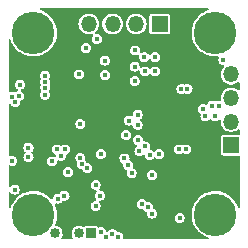
<source format=gbr>
%TF.GenerationSoftware,KiCad,Pcbnew,(6.0.7)*%
%TF.CreationDate,2024-01-02T21:25:37+08:00*%
%TF.ProjectId,stepper-motor-20,73746570-7065-4722-9d6d-6f746f722d32,1*%
%TF.SameCoordinates,PX6979f40PYa1135a0*%
%TF.FileFunction,Copper,L2,Inr*%
%TF.FilePolarity,Positive*%
%FSLAX46Y46*%
G04 Gerber Fmt 4.6, Leading zero omitted, Abs format (unit mm)*
G04 Created by KiCad (PCBNEW (6.0.7)) date 2024-01-02 21:25:37*
%MOMM*%
%LPD*%
G01*
G04 APERTURE LIST*
%TA.AperFunction,ComponentPad*%
%ADD10C,0.600000*%
%TD*%
%TA.AperFunction,ComponentPad*%
%ADD11C,3.600000*%
%TD*%
%TA.AperFunction,ComponentPad*%
%ADD12R,0.850000X0.850000*%
%TD*%
%TA.AperFunction,ComponentPad*%
%ADD13O,0.850000X0.850000*%
%TD*%
%TA.AperFunction,ComponentPad*%
%ADD14R,1.350000X1.350000*%
%TD*%
%TA.AperFunction,ComponentPad*%
%ADD15O,1.350000X1.350000*%
%TD*%
%TA.AperFunction,ViaPad*%
%ADD16C,0.450000*%
%TD*%
%TA.AperFunction,ViaPad*%
%ADD17C,0.430000*%
%TD*%
G04 APERTURE END LIST*
D10*
%TO.N,GND*%
%TO.C,H1*%
X16582400Y3265200D03*
X17700000Y3773200D03*
X17700000Y826800D03*
X19173200Y2300000D03*
X18665200Y1182400D03*
X18665200Y3417600D03*
X16633200Y1284000D03*
X16226800Y2300000D03*
D11*
X17700000Y2300000D03*
%TD*%
D10*
%TO.N,GND*%
%TO.C,H2*%
X2300000Y19173200D03*
X3265200Y16582400D03*
D11*
X2300000Y17700000D03*
D10*
X2300000Y16226800D03*
X3773200Y17700000D03*
X826800Y17700000D03*
X1233200Y16684000D03*
X3265200Y18817600D03*
X1182400Y18665200D03*
%TD*%
D11*
%TO.N,GND*%
%TO.C,H3*%
X17700000Y17700000D03*
D10*
X18665200Y16582400D03*
X18665200Y18817600D03*
X16633200Y16684000D03*
X16226800Y17700000D03*
X17700000Y16226800D03*
X16582400Y18665200D03*
X17700000Y19173200D03*
X19173200Y17700000D03*
%TD*%
D12*
%TO.N,SWCLK*%
%TO.C,J2*%
X7162800Y711200D03*
D13*
%TO.N,SWDIO*%
X6162800Y711200D03*
%TO.N,VCC*%
X5162800Y711200D03*
%TO.N,GND*%
X4162800Y711200D03*
%TD*%
D14*
%TO.N,Net-(J3-Pad1)*%
%TO.C,J3*%
X19050000Y8176000D03*
D15*
%TO.N,Net-(J3-Pad2)*%
X19050000Y10176000D03*
%TO.N,Net-(J3-Pad3)*%
X19050000Y12176000D03*
%TO.N,Net-(J3-Pad4)*%
X19050000Y14176000D03*
%TD*%
D10*
%TO.N,GND*%
%TO.C,H4*%
X3265200Y3417600D03*
X1182400Y3265200D03*
X826800Y2300000D03*
X3773200Y2300000D03*
X2300000Y826800D03*
X3265200Y1182400D03*
X2300000Y3773200D03*
D11*
X2300000Y2300000D03*
D10*
X1233200Y1284000D03*
%TD*%
D14*
%TO.N,GND*%
%TO.C,J1*%
X13000000Y18449200D03*
D15*
%TO.N,V_SUPPLY*%
X11000000Y18449200D03*
%TO.N,/RS485/RS485_A*%
X9000000Y18449200D03*
%TO.N,/RS485/RS485_B*%
X7000000Y18449200D03*
%TD*%
D16*
%TO.N,GND*%
X4267200Y7823200D03*
X3302000Y13512800D03*
X10871200Y13614400D03*
X3302000Y13055600D03*
X6146800Y14173200D03*
X7924800Y3911600D03*
X12141200Y7366000D03*
X11125200Y10769600D03*
X18389600Y15392400D03*
X11684000Y15646400D03*
X16865600Y10617200D03*
X11734800Y14427200D03*
X3302000Y14071600D03*
X12344400Y2387600D03*
X10871200Y14833600D03*
X11480800Y3200400D03*
X14681200Y2032000D03*
X508000Y6858000D03*
X17424400Y11531600D03*
X17678400Y10617200D03*
X5232400Y5892800D03*
X7569200Y3048000D03*
X508000Y12293600D03*
X12344400Y5638800D03*
X3302000Y12446000D03*
X10617200Y5791200D03*
X12598400Y14427200D03*
X11176000Y8636000D03*
X10922000Y16205200D03*
X12598400Y15646400D03*
X4978400Y7823200D03*
X1066800Y12344400D03*
X11988800Y2946400D03*
X12954000Y7416800D03*
X16662400Y11226800D03*
X6276500Y9992462D03*
X11734800Y8077200D03*
X762000Y11836400D03*
X11277600Y7670800D03*
X17983200Y11531600D03*
X11125200Y9906000D03*
X7569200Y4826000D03*
%TO.N,VCC*%
X13004800Y762000D03*
X3302000Y8178800D03*
X5689600Y16916400D03*
X12598400Y762000D03*
X5334000Y5181600D03*
X8026400Y11905000D03*
X14224000Y3048000D03*
X4521200Y10058400D03*
X3809769Y8178980D03*
X1320800Y8636000D03*
X12496800Y6756400D03*
%TO.N,V_SUPPLY*%
X14630400Y7823200D03*
X15240000Y7823200D03*
X1168400Y13309600D03*
X14833600Y12954000D03*
X15341600Y12954000D03*
%TO.N,/RS485/RS485_B*%
X6728600Y16408400D03*
X1879600Y7162800D03*
%TO.N,/RS485/RS485_A*%
X7670800Y17170400D03*
X1879600Y7975600D03*
%TO.N,/LED_GREEN*%
X4648200Y7289800D03*
D17*
X6399263Y6554279D03*
%TO.N,/LED_RED*%
X6857249Y6232888D03*
D16*
X3860800Y6807200D03*
%TO.N,/SPI1_SCK*%
X8483600Y406400D03*
%TO.N,/SPI1_MISO*%
X8991601Y685251D03*
%TO.N,/SPI1_MOSI*%
X9499600Y406400D03*
%TO.N,/MT6816_CS*%
X8026400Y812800D03*
%TO.N,/485_RE*%
X4368800Y3657600D03*
%TO.N,/IN_AP*%
X8347144Y15343453D03*
D17*
X6276500Y7120744D03*
D16*
%TO.N,/IN_AM*%
X8382000Y14122400D03*
D17*
X8008300Y7416800D03*
D16*
%TO.N,/IN_BP*%
X10363200Y10261600D03*
X10312400Y6502400D03*
%TO.N,/IN_BM*%
X10007600Y7061200D03*
X10160500Y9034400D03*
%TO.N,/UART0_TX*%
X711200Y4419600D03*
%TO.N,/UART0_RX*%
X4927600Y3911600D03*
%TD*%
%TA.AperFunction,Conductor*%
%TO.N,VCC*%
G36*
X17118042Y19780593D02*
G01*
X17154006Y19731093D01*
X17154006Y19669907D01*
X17118042Y19620407D01*
X17092653Y19607092D01*
X16903476Y19540658D01*
X16900375Y19539047D01*
X16900370Y19539045D01*
X16836872Y19506060D01*
X16652072Y19410064D01*
X16649231Y19408034D01*
X16649228Y19408032D01*
X16601853Y19374177D01*
X16421576Y19245349D01*
X16333257Y19161097D01*
X16219119Y19052216D01*
X16219115Y19052212D01*
X16216588Y19049801D01*
X16041199Y18827320D01*
X16039443Y18824298D01*
X16039441Y18824294D01*
X16012246Y18777474D01*
X15898907Y18582346D01*
X15792552Y18319768D01*
X15779128Y18265726D01*
X15735761Y18091141D01*
X15724255Y18044823D01*
X15723898Y18041342D01*
X15723898Y18041340D01*
X15718231Y17986024D01*
X15695380Y17762998D01*
X15695517Y17759507D01*
X15695517Y17759502D01*
X15698253Y17689864D01*
X15706502Y17479916D01*
X15757400Y17201225D01*
X15758507Y17197907D01*
X15758508Y17197903D01*
X15803864Y17061955D01*
X15847058Y16932486D01*
X15973687Y16679061D01*
X16134761Y16446007D01*
X16137127Y16443447D01*
X16137133Y16443440D01*
X16227885Y16345266D01*
X16327065Y16237973D01*
X16329775Y16235767D01*
X16329779Y16235763D01*
X16521389Y16079769D01*
X16546764Y16059111D01*
X16549756Y16057309D01*
X16549757Y16057309D01*
X16579062Y16039666D01*
X16789472Y15912988D01*
X16808039Y15905126D01*
X17028121Y15811934D01*
X17050348Y15802522D01*
X17324186Y15729915D01*
X17327659Y15729504D01*
X17327664Y15729503D01*
X17541489Y15704195D01*
X17605523Y15696616D01*
X17609011Y15696698D01*
X17609016Y15696698D01*
X17733519Y15699633D01*
X17888745Y15703291D01*
X17893767Y15704127D01*
X17894226Y15704058D01*
X17895676Y15704195D01*
X17895710Y15703835D01*
X17954271Y15695026D01*
X17997870Y15652099D01*
X18007912Y15591743D01*
X17998223Y15561524D01*
X17979881Y15525526D01*
X17978662Y15517832D01*
X17978662Y15517831D01*
X17970910Y15468884D01*
X17958796Y15392400D01*
X17979881Y15259274D01*
X17983417Y15252335D01*
X17983417Y15252334D01*
X18023647Y15173379D01*
X18041072Y15139180D01*
X18136380Y15043872D01*
X18143317Y15040337D01*
X18143319Y15040336D01*
X18249534Y14986217D01*
X18256474Y14982681D01*
X18264168Y14981462D01*
X18264169Y14981462D01*
X18375492Y14963830D01*
X18430009Y14936052D01*
X18457786Y14881536D01*
X18448214Y14821104D01*
X18433580Y14799809D01*
X18337805Y14693440D01*
X18335210Y14688945D01*
X18248380Y14538553D01*
X18248378Y14538548D01*
X18245786Y14534059D01*
X18239616Y14515069D01*
X18190517Y14363961D01*
X18190516Y14363956D01*
X18188915Y14359029D01*
X18169678Y14176000D01*
X18188915Y13992971D01*
X18190516Y13988044D01*
X18190517Y13988039D01*
X18212631Y13919980D01*
X18245786Y13817941D01*
X18248378Y13813452D01*
X18248380Y13813447D01*
X18288698Y13743615D01*
X18337805Y13658560D01*
X18341273Y13654708D01*
X18341277Y13654703D01*
X18457480Y13525646D01*
X18457484Y13525642D01*
X18460950Y13521793D01*
X18609839Y13413619D01*
X18614571Y13411512D01*
X18614573Y13411511D01*
X18773226Y13340874D01*
X18773229Y13340873D01*
X18777966Y13338764D01*
X18783039Y13337686D01*
X18783038Y13337686D01*
X18952110Y13301748D01*
X18957981Y13300500D01*
X19142019Y13300500D01*
X19147891Y13301748D01*
X19316962Y13337686D01*
X19316961Y13337686D01*
X19322034Y13338764D01*
X19326771Y13340873D01*
X19326774Y13340874D01*
X19485427Y13411511D01*
X19485429Y13411512D01*
X19490161Y13413619D01*
X19639050Y13521793D01*
X19639849Y13520694D01*
X19690142Y13543092D01*
X19749992Y13530376D01*
X19790937Y13484911D01*
X19799500Y13444635D01*
X19799500Y12907365D01*
X19780593Y12849174D01*
X19731093Y12813210D01*
X19669907Y12813210D01*
X19639470Y12830785D01*
X19639050Y12830207D01*
X19612944Y12849174D01*
X19490161Y12938381D01*
X19485429Y12940488D01*
X19485427Y12940489D01*
X19326774Y13011126D01*
X19326771Y13011127D01*
X19322034Y13013236D01*
X19142019Y13051500D01*
X18957981Y13051500D01*
X18777966Y13013236D01*
X18773229Y13011127D01*
X18773226Y13011126D01*
X18614573Y12940489D01*
X18614571Y12940488D01*
X18609839Y12938381D01*
X18460950Y12830207D01*
X18457484Y12826358D01*
X18457480Y12826354D01*
X18341277Y12697297D01*
X18341273Y12697292D01*
X18337805Y12693440D01*
X18329032Y12678244D01*
X18248380Y12538553D01*
X18248378Y12538548D01*
X18245786Y12534059D01*
X18229803Y12484868D01*
X18190517Y12363961D01*
X18190516Y12363956D01*
X18188915Y12359029D01*
X18169678Y12176000D01*
X18170220Y12170843D01*
X18182178Y12057065D01*
X18169456Y11997217D01*
X18123986Y11956276D01*
X18068234Y11948936D01*
X17983200Y11962404D01*
X17975504Y11961185D01*
X17857769Y11942538D01*
X17857768Y11942538D01*
X17850074Y11941319D01*
X17770805Y11900929D01*
X17748745Y11889689D01*
X17688313Y11880118D01*
X17658855Y11889689D01*
X17636796Y11900929D01*
X17557526Y11941319D01*
X17549832Y11942538D01*
X17549831Y11942538D01*
X17432096Y11961185D01*
X17424400Y11962404D01*
X17416704Y11961185D01*
X17298969Y11942538D01*
X17298968Y11942538D01*
X17291274Y11941319D01*
X17284335Y11937783D01*
X17284334Y11937783D01*
X17178119Y11883664D01*
X17178117Y11883663D01*
X17171180Y11880128D01*
X17075872Y11784820D01*
X17014681Y11664726D01*
X17013462Y11657031D01*
X17012609Y11654405D01*
X16976647Y11604904D01*
X16918457Y11585995D01*
X16873509Y11596785D01*
X16802466Y11632983D01*
X16802465Y11632983D01*
X16795526Y11636519D01*
X16787832Y11637738D01*
X16787831Y11637738D01*
X16699378Y11651747D01*
X16662400Y11657604D01*
X16625422Y11651747D01*
X16536969Y11637738D01*
X16536968Y11637738D01*
X16529274Y11636519D01*
X16522335Y11632983D01*
X16522334Y11632983D01*
X16416119Y11578864D01*
X16416117Y11578863D01*
X16409180Y11575328D01*
X16313872Y11480020D01*
X16310337Y11473083D01*
X16310336Y11473081D01*
X16256217Y11366866D01*
X16252681Y11359926D01*
X16251462Y11352232D01*
X16251462Y11352231D01*
X16243440Y11301578D01*
X16231596Y11226800D01*
X16232815Y11219104D01*
X16248407Y11120662D01*
X16252681Y11093674D01*
X16256217Y11086735D01*
X16256217Y11086734D01*
X16295434Y11009767D01*
X16313872Y10973580D01*
X16409180Y10878272D01*
X16416119Y10874736D01*
X16422425Y10870155D01*
X16420577Y10867611D01*
X16453947Y10834233D01*
X16463511Y10773800D01*
X16459885Y10758703D01*
X16459420Y10757271D01*
X16455881Y10750326D01*
X16454662Y10742632D01*
X16454662Y10742631D01*
X16440653Y10654178D01*
X16434796Y10617200D01*
X16455881Y10484074D01*
X16459417Y10477135D01*
X16459417Y10477134D01*
X16511118Y10375666D01*
X16517072Y10363980D01*
X16612380Y10268672D01*
X16619317Y10265137D01*
X16619319Y10265136D01*
X16725534Y10211017D01*
X16732474Y10207481D01*
X16740168Y10206262D01*
X16740169Y10206262D01*
X16857904Y10187615D01*
X16865600Y10186396D01*
X16873296Y10187615D01*
X16991031Y10206262D01*
X16991032Y10206262D01*
X16998726Y10207481D01*
X17005666Y10211017D01*
X17111881Y10265136D01*
X17111883Y10265137D01*
X17118820Y10268672D01*
X17201996Y10351848D01*
X17256513Y10379625D01*
X17316945Y10370054D01*
X17342004Y10351848D01*
X17425180Y10268672D01*
X17432117Y10265137D01*
X17432119Y10265136D01*
X17538334Y10211017D01*
X17545274Y10207481D01*
X17552968Y10206262D01*
X17552969Y10206262D01*
X17670704Y10187615D01*
X17678400Y10186396D01*
X17686096Y10187615D01*
X17803831Y10206262D01*
X17803832Y10206262D01*
X17811526Y10207481D01*
X17818466Y10211017D01*
X17924681Y10265136D01*
X17924683Y10265137D01*
X17931620Y10268672D01*
X18010837Y10347889D01*
X18065354Y10375666D01*
X18125786Y10366095D01*
X18169051Y10322830D01*
X18179299Y10267537D01*
X18169678Y10176000D01*
X18188915Y9992971D01*
X18190516Y9988044D01*
X18190517Y9988039D01*
X18223202Y9887446D01*
X18245786Y9817941D01*
X18248378Y9813452D01*
X18248380Y9813447D01*
X18275812Y9765934D01*
X18337805Y9658560D01*
X18341273Y9654708D01*
X18341277Y9654703D01*
X18457480Y9525646D01*
X18457484Y9525642D01*
X18460950Y9521793D01*
X18609839Y9413619D01*
X18614571Y9411512D01*
X18614573Y9411511D01*
X18773226Y9340874D01*
X18773229Y9340873D01*
X18777966Y9338764D01*
X18957981Y9300500D01*
X19142019Y9300500D01*
X19322034Y9338764D01*
X19326771Y9340873D01*
X19326774Y9340874D01*
X19485427Y9411511D01*
X19485429Y9411512D01*
X19490161Y9413619D01*
X19639050Y9521793D01*
X19639849Y9520694D01*
X19690142Y9543092D01*
X19749992Y9530376D01*
X19790937Y9484911D01*
X19799500Y9444635D01*
X19799500Y9150500D01*
X19780593Y9092309D01*
X19731093Y9056345D01*
X19700500Y9051500D01*
X18355252Y9051500D01*
X18329005Y9046279D01*
X18306334Y9041770D01*
X18306332Y9041769D01*
X18296769Y9039867D01*
X18230448Y8995552D01*
X18186133Y8929231D01*
X18184231Y8919668D01*
X18184230Y8919666D01*
X18180572Y8901274D01*
X18174500Y8870748D01*
X18174500Y7481252D01*
X18186133Y7422769D01*
X18230448Y7356448D01*
X18296769Y7312133D01*
X18306332Y7310231D01*
X18306334Y7310230D01*
X18329005Y7305721D01*
X18355252Y7300500D01*
X19700500Y7300500D01*
X19758691Y7281593D01*
X19794655Y7232093D01*
X19799500Y7201500D01*
X19799500Y2943569D01*
X19780593Y2885378D01*
X19731093Y2849414D01*
X19669907Y2849414D01*
X19620407Y2885378D01*
X19607619Y2909303D01*
X19529131Y3122055D01*
X19529130Y3122058D01*
X19527920Y3125337D01*
X19428782Y3309072D01*
X19395054Y3371582D01*
X19395053Y3371584D01*
X19393393Y3374660D01*
X19375509Y3398874D01*
X19291219Y3512992D01*
X19225078Y3602540D01*
X19026334Y3804430D01*
X18801126Y3976304D01*
X18798069Y3978016D01*
X18798066Y3978018D01*
X18557006Y4113017D01*
X18557005Y4113018D01*
X18553947Y4114730D01*
X18486927Y4140658D01*
X18293003Y4215682D01*
X18293000Y4215683D01*
X18289730Y4216948D01*
X18286317Y4217739D01*
X18286314Y4217740D01*
X18088185Y4263664D01*
X18013747Y4280918D01*
X17860750Y4294169D01*
X17734991Y4305061D01*
X17734990Y4305061D01*
X17731503Y4305363D01*
X17610231Y4298689D01*
X17452129Y4289988D01*
X17452123Y4289987D01*
X17448630Y4289795D01*
X17170774Y4234526D01*
X16903476Y4140658D01*
X16900375Y4139047D01*
X16900370Y4139045D01*
X16805077Y4089544D01*
X16652072Y4010064D01*
X16649231Y4008034D01*
X16649228Y4008032D01*
X16601853Y3974177D01*
X16421576Y3845349D01*
X16419048Y3842937D01*
X16219119Y3652216D01*
X16219115Y3652212D01*
X16216588Y3649801D01*
X16041199Y3427320D01*
X16039443Y3424298D01*
X16039441Y3424294D01*
X16020115Y3391022D01*
X15898907Y3182346D01*
X15875816Y3125337D01*
X15805994Y2952954D01*
X15792552Y2919768D01*
X15763228Y2801719D01*
X15736952Y2695936D01*
X15724255Y2644823D01*
X15723898Y2641342D01*
X15723898Y2641340D01*
X15697901Y2387600D01*
X15695380Y2362998D01*
X15706502Y2079916D01*
X15757400Y1801225D01*
X15758507Y1797907D01*
X15758508Y1797903D01*
X15794848Y1688978D01*
X15847058Y1532486D01*
X15973687Y1279061D01*
X16134761Y1046007D01*
X16137127Y1043447D01*
X16137133Y1043440D01*
X16229076Y943977D01*
X16327065Y837973D01*
X16329775Y835767D01*
X16329779Y835763D01*
X16544054Y661317D01*
X16546764Y659111D01*
X16789472Y512988D01*
X16792696Y511623D01*
X17041190Y406400D01*
X17050348Y402522D01*
X17071934Y396799D01*
X17077989Y395193D01*
X17129390Y362004D01*
X17151466Y304940D01*
X17135785Y245798D01*
X17088336Y207169D01*
X17052616Y200500D01*
X10013707Y200500D01*
X9955516Y219407D01*
X9919552Y268907D01*
X9915926Y314987D01*
X9929185Y398703D01*
X9929185Y398704D01*
X9930404Y406400D01*
X9915282Y501879D01*
X9910538Y531831D01*
X9910538Y531832D01*
X9909319Y539526D01*
X9905783Y546466D01*
X9851664Y652681D01*
X9851663Y652683D01*
X9848128Y659620D01*
X9752820Y754928D01*
X9745883Y758463D01*
X9745881Y758464D01*
X9639666Y812583D01*
X9639665Y812583D01*
X9632726Y816119D01*
X9625032Y817338D01*
X9625031Y817338D01*
X9507296Y835985D01*
X9499600Y837204D01*
X9470823Y832646D01*
X9410394Y842217D01*
X9367128Y885482D01*
X9343665Y931532D01*
X9343664Y931534D01*
X9340129Y938471D01*
X9244821Y1033779D01*
X9237884Y1037314D01*
X9237882Y1037315D01*
X9131667Y1091434D01*
X9131666Y1091434D01*
X9124727Y1094970D01*
X9117033Y1096189D01*
X9117032Y1096189D01*
X8999297Y1114836D01*
X8991601Y1116055D01*
X8983905Y1114836D01*
X8866170Y1096189D01*
X8866169Y1096189D01*
X8858475Y1094970D01*
X8851536Y1091434D01*
X8851535Y1091434D01*
X8745320Y1037315D01*
X8745318Y1037314D01*
X8738381Y1033779D01*
X8643073Y938471D01*
X8639538Y931533D01*
X8639535Y931529D01*
X8624421Y901866D01*
X8581156Y858602D01*
X8520724Y849031D01*
X8466208Y876809D01*
X8438431Y931327D01*
X8436119Y945926D01*
X8421046Y975508D01*
X8378464Y1059081D01*
X8378463Y1059083D01*
X8374928Y1066020D01*
X8279620Y1161328D01*
X8272683Y1164863D01*
X8272681Y1164864D01*
X8166466Y1218983D01*
X8166465Y1218983D01*
X8159526Y1222519D01*
X8151832Y1223738D01*
X8151831Y1223738D01*
X8034096Y1242385D01*
X8026400Y1243604D01*
X8018704Y1242385D01*
X7900969Y1223738D01*
X7900968Y1223738D01*
X7893274Y1222519D01*
X7886333Y1218982D01*
X7886332Y1218982D01*
X7880634Y1216079D01*
X7820202Y1206509D01*
X7765686Y1234288D01*
X7753376Y1249288D01*
X7737771Y1272642D01*
X7732352Y1280752D01*
X7666031Y1325067D01*
X7656468Y1326969D01*
X7656466Y1326970D01*
X7633795Y1331479D01*
X7607548Y1336700D01*
X6718052Y1336700D01*
X6691805Y1331479D01*
X6669134Y1326970D01*
X6669132Y1326969D01*
X6659569Y1325067D01*
X6593248Y1280752D01*
X6587959Y1272836D01*
X6533573Y1245126D01*
X6471762Y1255414D01*
X6388605Y1299443D01*
X6382817Y1300897D01*
X6382814Y1300898D01*
X6275527Y1327847D01*
X6241772Y1336326D01*
X6166076Y1336722D01*
X6096345Y1337087D01*
X6096343Y1337087D01*
X6090379Y1337118D01*
X5943167Y1301776D01*
X5886721Y1272642D01*
X5813941Y1235078D01*
X5813939Y1235076D01*
X5808635Y1232339D01*
X5694549Y1132815D01*
X5691118Y1127933D01*
X5691117Y1127932D01*
X5624945Y1033779D01*
X5607496Y1008951D01*
X5605329Y1003393D01*
X5605328Y1003391D01*
X5564883Y899655D01*
X5552502Y867898D01*
X5551723Y861983D01*
X5551723Y861982D01*
X5551278Y858602D01*
X5532741Y717798D01*
X5533396Y711865D01*
X5533396Y711861D01*
X5543171Y623322D01*
X5549354Y567317D01*
X5554216Y554032D01*
X5599330Y430749D01*
X5599332Y430745D01*
X5601382Y425143D01*
X5646991Y357271D01*
X5648707Y354717D01*
X5665470Y295873D01*
X5644443Y238414D01*
X5593659Y204288D01*
X5566536Y200500D01*
X4759151Y200500D01*
X4700960Y219407D01*
X4664996Y268907D01*
X4664996Y330093D01*
X4678755Y357271D01*
X4711472Y402801D01*
X4711473Y402803D01*
X4714956Y407650D01*
X4771424Y548120D01*
X4792756Y698004D01*
X4792894Y711200D01*
X4786709Y762308D01*
X4775423Y855577D01*
X4775422Y855580D01*
X4774706Y861499D01*
X4758445Y904534D01*
X4723302Y997536D01*
X4721192Y1003120D01*
X4635440Y1127889D01*
X4570122Y1186085D01*
X4526857Y1224633D01*
X4526855Y1224634D01*
X4522403Y1228601D01*
X4496370Y1242385D01*
X4471762Y1255414D01*
X4388605Y1299443D01*
X4382817Y1300897D01*
X4382814Y1300898D01*
X4275527Y1327847D01*
X4241772Y1336326D01*
X4215013Y1336466D01*
X4212912Y1336477D01*
X4154821Y1355689D01*
X4119117Y1405376D01*
X4119437Y1466561D01*
X4122884Y1475506D01*
X4146688Y1529350D01*
X4187040Y1620624D01*
X4187988Y1623987D01*
X4187991Y1623994D01*
X4262988Y1889917D01*
X4263939Y1893288D01*
X4301652Y2174067D01*
X4303961Y2247534D01*
X4305531Y2297472D01*
X4305531Y2297481D01*
X4305610Y2300000D01*
X4301397Y2359502D01*
X4285849Y2579097D01*
X4285848Y2579103D01*
X4285601Y2582593D01*
X4225975Y2859547D01*
X4224762Y2862835D01*
X4224760Y2862842D01*
X4156452Y3048000D01*
X7138396Y3048000D01*
X7139615Y3040304D01*
X7158192Y2923015D01*
X7159481Y2914874D01*
X7163017Y2907935D01*
X7163017Y2907934D01*
X7212872Y2810089D01*
X7220672Y2794780D01*
X7315980Y2699472D01*
X7322917Y2695937D01*
X7322919Y2695936D01*
X7429134Y2641817D01*
X7436074Y2638281D01*
X7443768Y2637062D01*
X7443769Y2637062D01*
X7561504Y2618415D01*
X7569200Y2617196D01*
X7576896Y2618415D01*
X7694631Y2637062D01*
X7694632Y2637062D01*
X7702326Y2638281D01*
X7709266Y2641817D01*
X7815481Y2695936D01*
X7815483Y2695937D01*
X7822420Y2699472D01*
X7917728Y2794780D01*
X7925529Y2810089D01*
X7975383Y2907934D01*
X7975383Y2907935D01*
X7978919Y2914874D01*
X7980209Y2923015D01*
X7998785Y3040304D01*
X8000004Y3048000D01*
X7978919Y3181126D01*
X7975383Y3188066D01*
X7969099Y3200400D01*
X11049996Y3200400D01*
X11053049Y3181126D01*
X11062405Y3122055D01*
X11071081Y3067274D01*
X11074617Y3060335D01*
X11074617Y3060334D01*
X11080902Y3048000D01*
X11132272Y2947180D01*
X11227580Y2851872D01*
X11234517Y2848337D01*
X11234519Y2848336D01*
X11334646Y2797319D01*
X11347674Y2790681D01*
X11355368Y2789462D01*
X11355369Y2789462D01*
X11473104Y2770815D01*
X11480800Y2769596D01*
X11488497Y2770815D01*
X11488498Y2770815D01*
X11521294Y2776009D01*
X11581726Y2766437D01*
X11624990Y2723173D01*
X11634261Y2704978D01*
X11640272Y2693180D01*
X11735580Y2597872D01*
X11742517Y2594337D01*
X11742519Y2594336D01*
X11848735Y2540216D01*
X11848738Y2540215D01*
X11855674Y2536681D01*
X11856035Y2536624D01*
X11902496Y2502867D01*
X11921402Y2444676D01*
X11920183Y2429192D01*
X11913596Y2387600D01*
X11934681Y2254474D01*
X11995872Y2134380D01*
X12091180Y2039072D01*
X12098117Y2035537D01*
X12098119Y2035536D01*
X12182749Y1992415D01*
X12211274Y1977881D01*
X12218968Y1976662D01*
X12218969Y1976662D01*
X12336704Y1958015D01*
X12344400Y1956796D01*
X12352096Y1958015D01*
X12469831Y1976662D01*
X12469832Y1976662D01*
X12477526Y1977881D01*
X12506051Y1992415D01*
X12583741Y2032000D01*
X14250396Y2032000D01*
X14251615Y2024304D01*
X14258408Y1981417D01*
X14271481Y1898874D01*
X14275017Y1891935D01*
X14275017Y1891934D01*
X14321236Y1801225D01*
X14332672Y1778780D01*
X14427980Y1683472D01*
X14434917Y1679937D01*
X14434919Y1679936D01*
X14541134Y1625817D01*
X14548074Y1622281D01*
X14555768Y1621062D01*
X14555769Y1621062D01*
X14673504Y1602415D01*
X14681200Y1601196D01*
X14688896Y1602415D01*
X14806631Y1621062D01*
X14806632Y1621062D01*
X14814326Y1622281D01*
X14821266Y1625817D01*
X14927481Y1679936D01*
X14927483Y1679937D01*
X14934420Y1683472D01*
X15029728Y1778780D01*
X15041165Y1801225D01*
X15087383Y1891934D01*
X15087383Y1891935D01*
X15090919Y1898874D01*
X15103993Y1981417D01*
X15110785Y2024304D01*
X15112004Y2032000D01*
X15090919Y2165126D01*
X15029728Y2285220D01*
X14934420Y2380528D01*
X14927483Y2384063D01*
X14927481Y2384064D01*
X14821266Y2438183D01*
X14821265Y2438183D01*
X14814326Y2441719D01*
X14806632Y2442938D01*
X14806631Y2442938D01*
X14688896Y2461585D01*
X14681200Y2462804D01*
X14673504Y2461585D01*
X14555769Y2442938D01*
X14555768Y2442938D01*
X14548074Y2441719D01*
X14541135Y2438183D01*
X14541134Y2438183D01*
X14434919Y2384064D01*
X14434917Y2384063D01*
X14427980Y2380528D01*
X14332672Y2285220D01*
X14271481Y2165126D01*
X14250396Y2032000D01*
X12583741Y2032000D01*
X12590681Y2035536D01*
X12590683Y2035537D01*
X12597620Y2039072D01*
X12692928Y2134380D01*
X12754119Y2254474D01*
X12775204Y2387600D01*
X12768617Y2429192D01*
X12755338Y2513031D01*
X12755338Y2513032D01*
X12754119Y2520726D01*
X12744188Y2540216D01*
X12696464Y2633881D01*
X12696463Y2633883D01*
X12692928Y2640820D01*
X12597620Y2736128D01*
X12590683Y2739663D01*
X12590681Y2739664D01*
X12484465Y2793784D01*
X12484462Y2793785D01*
X12477526Y2797319D01*
X12477165Y2797376D01*
X12430704Y2831133D01*
X12411798Y2889324D01*
X12413017Y2904808D01*
X12418385Y2938702D01*
X12418385Y2938704D01*
X12419604Y2946400D01*
X12398519Y3079526D01*
X12380372Y3115142D01*
X12340864Y3192681D01*
X12340863Y3192683D01*
X12337328Y3199620D01*
X12242020Y3294928D01*
X12235083Y3298463D01*
X12235081Y3298464D01*
X12128866Y3352583D01*
X12128865Y3352583D01*
X12121926Y3356119D01*
X12114232Y3357338D01*
X12114231Y3357338D01*
X11996496Y3375985D01*
X11988800Y3377204D01*
X11981103Y3375985D01*
X11981102Y3375985D01*
X11948306Y3370791D01*
X11887874Y3380363D01*
X11844610Y3423627D01*
X11842729Y3427320D01*
X11829328Y3453620D01*
X11734020Y3548928D01*
X11727083Y3552463D01*
X11727081Y3552464D01*
X11620866Y3606583D01*
X11620865Y3606583D01*
X11613926Y3610119D01*
X11606232Y3611338D01*
X11606231Y3611338D01*
X11488496Y3629985D01*
X11480800Y3631204D01*
X11473104Y3629985D01*
X11355369Y3611338D01*
X11355368Y3611338D01*
X11347674Y3610119D01*
X11340735Y3606583D01*
X11340734Y3606583D01*
X11234519Y3552464D01*
X11234517Y3552463D01*
X11227580Y3548928D01*
X11132272Y3453620D01*
X11128737Y3446683D01*
X11128736Y3446681D01*
X11090068Y3370791D01*
X11071081Y3333526D01*
X11049996Y3200400D01*
X7969099Y3200400D01*
X7921264Y3294281D01*
X7921263Y3294283D01*
X7917728Y3301220D01*
X7901062Y3317886D01*
X7873285Y3372403D01*
X7882856Y3432835D01*
X7926121Y3476100D01*
X7955578Y3485671D01*
X7984741Y3490290D01*
X8050231Y3500662D01*
X8050232Y3500662D01*
X8057926Y3501881D01*
X8079733Y3512992D01*
X8171081Y3559536D01*
X8171083Y3559537D01*
X8178020Y3563072D01*
X8273328Y3658380D01*
X8334519Y3778474D01*
X8355604Y3911600D01*
X8345356Y3976304D01*
X8335738Y4037031D01*
X8335738Y4037032D01*
X8334519Y4044726D01*
X8286461Y4139045D01*
X8276864Y4157881D01*
X8276863Y4157883D01*
X8273328Y4164820D01*
X8178020Y4260128D01*
X8171083Y4263663D01*
X8171081Y4263664D01*
X8064866Y4317783D01*
X8064865Y4317783D01*
X8057926Y4321319D01*
X8050232Y4322538D01*
X8050231Y4322538D01*
X7932496Y4341185D01*
X7924800Y4342404D01*
X7922507Y4342041D01*
X7866950Y4360092D01*
X7830986Y4409592D01*
X7830986Y4470778D01*
X7855137Y4510189D01*
X7917728Y4572780D01*
X7965166Y4665881D01*
X7975383Y4685934D01*
X7975383Y4685935D01*
X7978919Y4692874D01*
X8000004Y4826000D01*
X7978919Y4959126D01*
X7917728Y5079220D01*
X7822420Y5174528D01*
X7815483Y5178063D01*
X7815481Y5178064D01*
X7709266Y5232183D01*
X7709265Y5232183D01*
X7702326Y5235719D01*
X7694632Y5236938D01*
X7694631Y5236938D01*
X7576896Y5255585D01*
X7569200Y5256804D01*
X7561504Y5255585D01*
X7443769Y5236938D01*
X7443768Y5236938D01*
X7436074Y5235719D01*
X7429135Y5232183D01*
X7429134Y5232183D01*
X7322919Y5178064D01*
X7322917Y5178063D01*
X7315980Y5174528D01*
X7220672Y5079220D01*
X7159481Y4959126D01*
X7138396Y4826000D01*
X7159481Y4692874D01*
X7163017Y4685935D01*
X7163017Y4685934D01*
X7173235Y4665881D01*
X7220672Y4572780D01*
X7315980Y4477472D01*
X7322917Y4473937D01*
X7322919Y4473936D01*
X7414456Y4427296D01*
X7436074Y4416281D01*
X7443768Y4415062D01*
X7443769Y4415062D01*
X7532222Y4401053D01*
X7569200Y4395196D01*
X7571493Y4395559D01*
X7627050Y4377508D01*
X7663014Y4328008D01*
X7663014Y4266822D01*
X7638863Y4227411D01*
X7576272Y4164820D01*
X7572737Y4157883D01*
X7572736Y4157881D01*
X7563139Y4139045D01*
X7515081Y4044726D01*
X7513862Y4037032D01*
X7513862Y4037031D01*
X7504244Y3976304D01*
X7493996Y3911600D01*
X7515081Y3778474D01*
X7576272Y3658380D01*
X7592938Y3641714D01*
X7620715Y3587197D01*
X7611144Y3526765D01*
X7567879Y3483500D01*
X7538422Y3473929D01*
X7509259Y3469310D01*
X7443769Y3458938D01*
X7443768Y3458938D01*
X7436074Y3457719D01*
X7429135Y3454183D01*
X7429134Y3454183D01*
X7322919Y3400064D01*
X7322917Y3400063D01*
X7315980Y3396528D01*
X7220672Y3301220D01*
X7217137Y3294283D01*
X7217136Y3294281D01*
X7163017Y3188066D01*
X7159481Y3181126D01*
X7138396Y3048000D01*
X4156452Y3048000D01*
X4131682Y3115142D01*
X4129280Y3176280D01*
X4163273Y3227154D01*
X4220676Y3248331D01*
X4240049Y3247188D01*
X4368800Y3226796D01*
X4376496Y3228015D01*
X4494231Y3246662D01*
X4494232Y3246662D01*
X4501926Y3247881D01*
X4583455Y3289422D01*
X4615081Y3305536D01*
X4615083Y3305537D01*
X4622020Y3309072D01*
X4717328Y3404380D01*
X4720863Y3411318D01*
X4720866Y3411322D01*
X4736405Y3441819D01*
X4779670Y3485083D01*
X4840100Y3494654D01*
X4919902Y3482015D01*
X4919904Y3482015D01*
X4927600Y3480796D01*
X4935296Y3482015D01*
X5053031Y3500662D01*
X5053032Y3500662D01*
X5060726Y3501881D01*
X5082533Y3512992D01*
X5173881Y3559536D01*
X5173883Y3559537D01*
X5180820Y3563072D01*
X5276128Y3658380D01*
X5337319Y3778474D01*
X5358404Y3911600D01*
X5348156Y3976304D01*
X5338538Y4037031D01*
X5338538Y4037032D01*
X5337319Y4044726D01*
X5289261Y4139045D01*
X5279664Y4157881D01*
X5279663Y4157883D01*
X5276128Y4164820D01*
X5180820Y4260128D01*
X5173883Y4263663D01*
X5173881Y4263664D01*
X5067666Y4317783D01*
X5067665Y4317783D01*
X5060726Y4321319D01*
X5053032Y4322538D01*
X5053031Y4322538D01*
X4935296Y4341185D01*
X4927600Y4342404D01*
X4919904Y4341185D01*
X4802169Y4322538D01*
X4802168Y4322538D01*
X4794474Y4321319D01*
X4787535Y4317783D01*
X4787534Y4317783D01*
X4681319Y4263664D01*
X4681317Y4263663D01*
X4674380Y4260128D01*
X4579072Y4164820D01*
X4575537Y4157882D01*
X4575534Y4157878D01*
X4559995Y4127381D01*
X4516730Y4084117D01*
X4456300Y4074546D01*
X4376498Y4087185D01*
X4376496Y4087185D01*
X4368800Y4088404D01*
X4361104Y4087185D01*
X4243369Y4068538D01*
X4243368Y4068538D01*
X4235674Y4067319D01*
X4228735Y4063783D01*
X4228734Y4063783D01*
X4122519Y4009664D01*
X4122517Y4009663D01*
X4115580Y4006128D01*
X4020272Y3910820D01*
X4016737Y3903883D01*
X4016736Y3903881D01*
X3964792Y3801935D01*
X3959081Y3790726D01*
X3957862Y3783030D01*
X3945527Y3705147D01*
X3917750Y3650630D01*
X3863234Y3622852D01*
X3802801Y3632423D01*
X3777195Y3651181D01*
X3628791Y3801935D01*
X3628784Y3801941D01*
X3626334Y3804430D01*
X3401126Y3976304D01*
X3398069Y3978016D01*
X3398066Y3978018D01*
X3157006Y4113017D01*
X3157005Y4113018D01*
X3153947Y4114730D01*
X3086927Y4140658D01*
X2893003Y4215682D01*
X2893000Y4215683D01*
X2889730Y4216948D01*
X2886317Y4217739D01*
X2886314Y4217740D01*
X2688185Y4263664D01*
X2613747Y4280918D01*
X2460750Y4294169D01*
X2334991Y4305061D01*
X2334990Y4305061D01*
X2331503Y4305363D01*
X2210231Y4298689D01*
X2052129Y4289988D01*
X2052123Y4289987D01*
X2048630Y4289795D01*
X1770774Y4234526D01*
X1503476Y4140658D01*
X1500375Y4139047D01*
X1500370Y4139045D01*
X1405077Y4089544D01*
X1252072Y4010064D01*
X1249231Y4008034D01*
X1249228Y4008032D01*
X1201853Y3974177D01*
X1021576Y3845349D01*
X1019048Y3842937D01*
X819119Y3652216D01*
X819115Y3652212D01*
X816588Y3649801D01*
X641199Y3427320D01*
X639443Y3424298D01*
X639441Y3424294D01*
X620115Y3391022D01*
X498907Y3182346D01*
X444491Y3048000D01*
X406466Y2954119D01*
X392552Y2919768D01*
X391947Y2920013D01*
X357694Y2872864D01*
X299504Y2853954D01*
X241313Y2872859D01*
X205347Y2922357D01*
X200500Y2952954D01*
X200500Y4089544D01*
X219407Y4147735D01*
X268907Y4183699D01*
X330093Y4183699D01*
X369504Y4159548D01*
X457980Y4071072D01*
X464917Y4067537D01*
X464919Y4067536D01*
X524789Y4037031D01*
X578074Y4009881D01*
X585768Y4008662D01*
X585769Y4008662D01*
X703504Y3990015D01*
X711200Y3988796D01*
X718896Y3990015D01*
X836631Y4008662D01*
X836632Y4008662D01*
X844326Y4009881D01*
X897611Y4037031D01*
X957481Y4067536D01*
X957483Y4067537D01*
X964420Y4071072D01*
X1059728Y4166380D01*
X1068553Y4183699D01*
X1117383Y4279534D01*
X1117383Y4279535D01*
X1120919Y4286474D01*
X1129778Y4342404D01*
X1140785Y4411904D01*
X1142004Y4419600D01*
X1120919Y4552726D01*
X1117383Y4559666D01*
X1063264Y4665881D01*
X1063263Y4665883D01*
X1059728Y4672820D01*
X964420Y4768128D01*
X957483Y4771663D01*
X957481Y4771664D01*
X851266Y4825783D01*
X851265Y4825783D01*
X844326Y4829319D01*
X836632Y4830538D01*
X836631Y4830538D01*
X718896Y4849185D01*
X711200Y4850404D01*
X703504Y4849185D01*
X585769Y4830538D01*
X585768Y4830538D01*
X578074Y4829319D01*
X571135Y4825783D01*
X571134Y4825783D01*
X464919Y4771664D01*
X464917Y4771663D01*
X457980Y4768128D01*
X369504Y4679652D01*
X314987Y4651875D01*
X254555Y4661446D01*
X211290Y4704711D01*
X200500Y4749656D01*
X200500Y5892800D01*
X4801596Y5892800D01*
X4822681Y5759674D01*
X4826217Y5752735D01*
X4826217Y5752734D01*
X4874449Y5658074D01*
X4883872Y5639580D01*
X4979180Y5544272D01*
X4986117Y5540737D01*
X4986119Y5540736D01*
X5068553Y5498734D01*
X5099274Y5483081D01*
X5106968Y5481862D01*
X5106969Y5481862D01*
X5224704Y5463215D01*
X5232400Y5461996D01*
X5240096Y5463215D01*
X5357831Y5481862D01*
X5357832Y5481862D01*
X5365526Y5483081D01*
X5396247Y5498734D01*
X5478681Y5540736D01*
X5478683Y5540737D01*
X5485620Y5544272D01*
X5580928Y5639580D01*
X5590352Y5658074D01*
X5638583Y5752734D01*
X5638583Y5752735D01*
X5642119Y5759674D01*
X5663204Y5892800D01*
X5647672Y5990864D01*
X5643338Y6018231D01*
X5643338Y6018232D01*
X5642119Y6025926D01*
X5638583Y6032866D01*
X5584464Y6139081D01*
X5584463Y6139083D01*
X5580928Y6146020D01*
X5485620Y6241328D01*
X5478683Y6244863D01*
X5478681Y6244864D01*
X5372466Y6298983D01*
X5372465Y6298983D01*
X5365526Y6302519D01*
X5357832Y6303738D01*
X5357831Y6303738D01*
X5240096Y6322385D01*
X5232400Y6323604D01*
X5224704Y6322385D01*
X5106969Y6303738D01*
X5106968Y6303738D01*
X5099274Y6302519D01*
X5092335Y6298983D01*
X5092334Y6298983D01*
X4986119Y6244864D01*
X4986117Y6244863D01*
X4979180Y6241328D01*
X4883872Y6146020D01*
X4880337Y6139083D01*
X4880336Y6139081D01*
X4826217Y6032866D01*
X4822681Y6025926D01*
X4821462Y6018232D01*
X4821462Y6018231D01*
X4817128Y5990864D01*
X4801596Y5892800D01*
X200500Y5892800D01*
X200500Y6375575D01*
X219407Y6433766D01*
X268907Y6469730D01*
X330093Y6469730D01*
X344444Y6463785D01*
X367930Y6451818D01*
X367936Y6451816D01*
X374874Y6448281D01*
X382568Y6447062D01*
X382569Y6447062D01*
X500304Y6428415D01*
X508000Y6427196D01*
X515696Y6428415D01*
X633431Y6447062D01*
X633432Y6447062D01*
X641126Y6448281D01*
X654580Y6455136D01*
X754281Y6505936D01*
X754283Y6505937D01*
X761220Y6509472D01*
X856528Y6604780D01*
X869094Y6629441D01*
X914183Y6717934D01*
X914183Y6717935D01*
X917719Y6724874D01*
X921994Y6751862D01*
X937585Y6850304D01*
X938804Y6858000D01*
X928647Y6922129D01*
X918938Y6983431D01*
X918938Y6983432D01*
X917719Y6991126D01*
X906097Y7013936D01*
X860064Y7104281D01*
X860063Y7104283D01*
X856528Y7111220D01*
X804948Y7162800D01*
X1448796Y7162800D01*
X1469881Y7029674D01*
X1473417Y7022735D01*
X1473417Y7022734D01*
X1521649Y6928074D01*
X1531072Y6909580D01*
X1626380Y6814272D01*
X1633317Y6810737D01*
X1633319Y6810736D01*
X1724622Y6764215D01*
X1746474Y6753081D01*
X1754168Y6751862D01*
X1754169Y6751862D01*
X1871904Y6733215D01*
X1879600Y6731996D01*
X1887296Y6733215D01*
X2005031Y6751862D01*
X2005032Y6751862D01*
X2012726Y6753081D01*
X2034578Y6764215D01*
X2118941Y6807200D01*
X3429996Y6807200D01*
X3431215Y6799504D01*
X3438008Y6756617D01*
X3451081Y6674074D01*
X3454617Y6667135D01*
X3454617Y6667134D01*
X3508198Y6561976D01*
X3512272Y6553980D01*
X3607580Y6458672D01*
X3614517Y6455137D01*
X3614519Y6455136D01*
X3720734Y6401017D01*
X3727674Y6397481D01*
X3735368Y6396262D01*
X3735369Y6396262D01*
X3853104Y6377615D01*
X3860800Y6376396D01*
X3868496Y6377615D01*
X3986231Y6396262D01*
X3986232Y6396262D01*
X3993926Y6397481D01*
X4000866Y6401017D01*
X4107081Y6455136D01*
X4107083Y6455137D01*
X4114020Y6458672D01*
X4209328Y6553980D01*
X4213403Y6561976D01*
X4266983Y6667134D01*
X4266983Y6667135D01*
X4270519Y6674074D01*
X4283593Y6756617D01*
X4290385Y6799504D01*
X4291604Y6807200D01*
X4289825Y6818432D01*
X4290385Y6821968D01*
X4290385Y6822687D01*
X4290499Y6822687D01*
X4299396Y6878864D01*
X4342661Y6922129D01*
X4403093Y6931700D01*
X4432551Y6922128D01*
X4508128Y6883619D01*
X4508134Y6883617D01*
X4515074Y6880081D01*
X4522768Y6878862D01*
X4522769Y6878862D01*
X4640504Y6860215D01*
X4648200Y6858996D01*
X4655896Y6860215D01*
X4773631Y6878862D01*
X4773632Y6878862D01*
X4781326Y6880081D01*
X4788270Y6883619D01*
X4894481Y6937736D01*
X4894483Y6937737D01*
X4901420Y6941272D01*
X4996728Y7036580D01*
X5005340Y7053481D01*
X5039612Y7120744D01*
X5855821Y7120744D01*
X5857040Y7113047D01*
X5871738Y7020247D01*
X5876410Y6990747D01*
X5936164Y6873475D01*
X5990907Y6818732D01*
X6018684Y6764215D01*
X6009112Y6703782D01*
X5999173Y6684276D01*
X5997955Y6676585D01*
X5997954Y6676582D01*
X5980712Y6567716D01*
X5978584Y6554279D01*
X5979803Y6546582D01*
X5994812Y6451818D01*
X5999173Y6424282D01*
X6058927Y6307010D01*
X6151994Y6213943D01*
X6269266Y6154189D01*
X6276957Y6152971D01*
X6276960Y6152970D01*
X6395399Y6134212D01*
X6449915Y6106435D01*
X6468121Y6081377D01*
X6516913Y5985619D01*
X6609980Y5892552D01*
X6727252Y5832798D01*
X6734943Y5831580D01*
X6734946Y5831579D01*
X6849552Y5813428D01*
X6857249Y5812209D01*
X6864946Y5813428D01*
X6979552Y5831579D01*
X6979555Y5831580D01*
X6987246Y5832798D01*
X7104518Y5892552D01*
X7197585Y5985619D01*
X7257339Y6102891D01*
X7262302Y6134222D01*
X7276709Y6225191D01*
X7277928Y6232888D01*
X7265089Y6313952D01*
X7258558Y6355191D01*
X7258557Y6355194D01*
X7257339Y6362885D01*
X7197585Y6480157D01*
X7104518Y6573224D01*
X6987246Y6632978D01*
X6979555Y6634196D01*
X6979552Y6634197D01*
X6861113Y6652955D01*
X6806597Y6680732D01*
X6788391Y6705790D01*
X6772130Y6737703D01*
X6739599Y6801548D01*
X6684856Y6856291D01*
X6657079Y6910808D01*
X6666651Y6971241D01*
X6673053Y6983806D01*
X6676590Y6990747D01*
X6681263Y7020247D01*
X6695960Y7113047D01*
X6697179Y7120744D01*
X6692510Y7150222D01*
X6677809Y7243047D01*
X6677808Y7243050D01*
X6676590Y7250741D01*
X6616836Y7368013D01*
X6568049Y7416800D01*
X7587621Y7416800D01*
X7588840Y7409104D01*
X7588840Y7409103D01*
X7606517Y7297495D01*
X7608210Y7286803D01*
X7667964Y7169531D01*
X7761031Y7076464D01*
X7878303Y7016710D01*
X7885994Y7015492D01*
X7885997Y7015491D01*
X8000603Y6997340D01*
X8008300Y6996121D01*
X8015997Y6997340D01*
X8130603Y7015491D01*
X8130606Y7015492D01*
X8138297Y7016710D01*
X8225612Y7061200D01*
X9576796Y7061200D01*
X9578015Y7053504D01*
X9596351Y6937736D01*
X9597881Y6928074D01*
X9601417Y6921135D01*
X9601417Y6921134D01*
X9653594Y6818732D01*
X9659072Y6807980D01*
X9754380Y6712672D01*
X9761317Y6709137D01*
X9761319Y6709136D01*
X9838825Y6669645D01*
X9882090Y6626380D01*
X9891661Y6565948D01*
X9881596Y6502400D01*
X9882815Y6494704D01*
X9898407Y6396262D01*
X9902681Y6369274D01*
X9906217Y6362335D01*
X9906217Y6362334D01*
X9937213Y6301502D01*
X9963872Y6249180D01*
X10059180Y6153872D01*
X10066117Y6150337D01*
X10066119Y6150336D01*
X10179274Y6092681D01*
X10177975Y6090132D01*
X10216886Y6061866D01*
X10235798Y6003677D01*
X10225007Y5958723D01*
X10211018Y5931269D01*
X10211017Y5931266D01*
X10207481Y5924326D01*
X10206262Y5916632D01*
X10206262Y5916631D01*
X10202364Y5892020D01*
X10186396Y5791200D01*
X10207481Y5658074D01*
X10211017Y5651135D01*
X10211017Y5651134D01*
X10262661Y5549778D01*
X10268672Y5537980D01*
X10363980Y5442672D01*
X10370917Y5439137D01*
X10370919Y5439136D01*
X10476029Y5385580D01*
X10484074Y5381481D01*
X10491768Y5380262D01*
X10491769Y5380262D01*
X10609504Y5361615D01*
X10617200Y5360396D01*
X10624896Y5361615D01*
X10742631Y5380262D01*
X10742632Y5380262D01*
X10750326Y5381481D01*
X10758371Y5385580D01*
X10863481Y5439136D01*
X10863483Y5439137D01*
X10870420Y5442672D01*
X10965728Y5537980D01*
X10971740Y5549778D01*
X11017099Y5638800D01*
X11913596Y5638800D01*
X11934681Y5505674D01*
X11938217Y5498735D01*
X11938217Y5498734D01*
X11963977Y5448178D01*
X11995872Y5385580D01*
X12091180Y5290272D01*
X12098117Y5286737D01*
X12098119Y5286736D01*
X12159257Y5255585D01*
X12211274Y5229081D01*
X12218968Y5227862D01*
X12218969Y5227862D01*
X12336704Y5209215D01*
X12344400Y5207996D01*
X12352096Y5209215D01*
X12469831Y5227862D01*
X12469832Y5227862D01*
X12477526Y5229081D01*
X12529543Y5255585D01*
X12590681Y5286736D01*
X12590683Y5286737D01*
X12597620Y5290272D01*
X12692928Y5385580D01*
X12724824Y5448178D01*
X12750583Y5498734D01*
X12750583Y5498735D01*
X12754119Y5505674D01*
X12775204Y5638800D01*
X12754119Y5771926D01*
X12748220Y5783504D01*
X12696464Y5885081D01*
X12696463Y5885083D01*
X12692928Y5892020D01*
X12597620Y5987328D01*
X12590683Y5990863D01*
X12590681Y5990864D01*
X12484466Y6044983D01*
X12484465Y6044983D01*
X12477526Y6048519D01*
X12469832Y6049738D01*
X12469831Y6049738D01*
X12352096Y6068385D01*
X12344400Y6069604D01*
X12336704Y6068385D01*
X12218969Y6049738D01*
X12218968Y6049738D01*
X12211274Y6048519D01*
X12204335Y6044983D01*
X12204334Y6044983D01*
X12098119Y5990864D01*
X12098117Y5990863D01*
X12091180Y5987328D01*
X11995872Y5892020D01*
X11992337Y5885083D01*
X11992336Y5885081D01*
X11940580Y5783504D01*
X11934681Y5771926D01*
X11913596Y5638800D01*
X11017099Y5638800D01*
X11023383Y5651134D01*
X11023383Y5651135D01*
X11026919Y5658074D01*
X11048004Y5791200D01*
X11032036Y5892020D01*
X11028138Y5916631D01*
X11028138Y5916632D01*
X11026919Y5924326D01*
X10998495Y5980111D01*
X10969264Y6037481D01*
X10969263Y6037483D01*
X10965728Y6044420D01*
X10870420Y6139728D01*
X10863483Y6143263D01*
X10863481Y6143264D01*
X10750326Y6200919D01*
X10751625Y6203468D01*
X10712714Y6231734D01*
X10693802Y6289923D01*
X10704593Y6334877D01*
X10718582Y6362331D01*
X10718583Y6362334D01*
X10722119Y6369274D01*
X10726394Y6396262D01*
X10741985Y6494704D01*
X10743204Y6502400D01*
X10731987Y6573224D01*
X10723338Y6627831D01*
X10723338Y6627832D01*
X10722119Y6635526D01*
X10713990Y6651481D01*
X10664464Y6748681D01*
X10664463Y6748683D01*
X10660928Y6755620D01*
X10565620Y6850928D01*
X10558683Y6854463D01*
X10558681Y6854464D01*
X10481175Y6893955D01*
X10437910Y6937220D01*
X10428339Y6997652D01*
X10431164Y7015491D01*
X10438404Y7061200D01*
X10424304Y7150222D01*
X10418538Y7186631D01*
X10418538Y7186632D01*
X10417319Y7194326D01*
X10394049Y7239996D01*
X10359664Y7307481D01*
X10359663Y7307483D01*
X10356128Y7314420D01*
X10260820Y7409728D01*
X10253883Y7413263D01*
X10253881Y7413264D01*
X10147666Y7467383D01*
X10147665Y7467383D01*
X10140726Y7470919D01*
X10133032Y7472138D01*
X10133031Y7472138D01*
X10015296Y7490785D01*
X10007600Y7492004D01*
X9999904Y7490785D01*
X9882169Y7472138D01*
X9882168Y7472138D01*
X9874474Y7470919D01*
X9867535Y7467383D01*
X9867534Y7467383D01*
X9761319Y7413264D01*
X9761317Y7413263D01*
X9754380Y7409728D01*
X9659072Y7314420D01*
X9655537Y7307483D01*
X9655536Y7307481D01*
X9621151Y7239996D01*
X9597881Y7194326D01*
X9596662Y7186632D01*
X9596662Y7186631D01*
X9590896Y7150222D01*
X9576796Y7061200D01*
X8225612Y7061200D01*
X8255569Y7076464D01*
X8348636Y7169531D01*
X8408390Y7286803D01*
X8410084Y7297495D01*
X8427760Y7409103D01*
X8427760Y7409104D01*
X8428979Y7416800D01*
X8427760Y7424497D01*
X8409609Y7539103D01*
X8409608Y7539106D01*
X8408390Y7546797D01*
X8348636Y7664069D01*
X8255569Y7757136D01*
X8138297Y7816890D01*
X8130606Y7818108D01*
X8130603Y7818109D01*
X8015997Y7836260D01*
X8008300Y7837479D01*
X8000603Y7836260D01*
X7885997Y7818109D01*
X7885994Y7818108D01*
X7878303Y7816890D01*
X7761031Y7757136D01*
X7667964Y7664069D01*
X7608210Y7546797D01*
X7606992Y7539106D01*
X7606991Y7539103D01*
X7588840Y7424497D01*
X7587621Y7416800D01*
X6568049Y7416800D01*
X6523769Y7461080D01*
X6406497Y7520834D01*
X6398806Y7522052D01*
X6398803Y7522053D01*
X6284197Y7540204D01*
X6276500Y7541423D01*
X6268803Y7540204D01*
X6154197Y7522053D01*
X6154194Y7522052D01*
X6146503Y7520834D01*
X6029231Y7461080D01*
X5936164Y7368013D01*
X5876410Y7250741D01*
X5875192Y7243050D01*
X5875191Y7243047D01*
X5860490Y7150222D01*
X5855821Y7120744D01*
X5039612Y7120744D01*
X5054383Y7149734D01*
X5054383Y7149735D01*
X5057919Y7156674D01*
X5059956Y7169531D01*
X5074552Y7261689D01*
X5079004Y7289800D01*
X5074558Y7317869D01*
X5084129Y7378300D01*
X5127394Y7421566D01*
X5224681Y7471136D01*
X5224683Y7471137D01*
X5231620Y7474672D01*
X5326928Y7569980D01*
X5349432Y7614145D01*
X5384583Y7683134D01*
X5384583Y7683135D01*
X5388119Y7690074D01*
X5409204Y7823200D01*
X5393236Y7924020D01*
X5389338Y7948631D01*
X5389338Y7948632D01*
X5388119Y7956326D01*
X5382220Y7967904D01*
X5330464Y8069481D01*
X5330463Y8069483D01*
X5326928Y8076420D01*
X5231620Y8171728D01*
X5224683Y8175263D01*
X5224681Y8175264D01*
X5118466Y8229383D01*
X5118465Y8229383D01*
X5111526Y8232919D01*
X5103832Y8234138D01*
X5103831Y8234138D01*
X4986096Y8252785D01*
X4978400Y8254004D01*
X4970704Y8252785D01*
X4852969Y8234138D01*
X4852968Y8234138D01*
X4845274Y8232919D01*
X4838335Y8229383D01*
X4838334Y8229383D01*
X4732119Y8175264D01*
X4732117Y8175263D01*
X4725180Y8171728D01*
X4692804Y8139352D01*
X4638287Y8111575D01*
X4577855Y8121146D01*
X4552796Y8139352D01*
X4520420Y8171728D01*
X4513483Y8175263D01*
X4513481Y8175264D01*
X4407266Y8229383D01*
X4407265Y8229383D01*
X4400326Y8232919D01*
X4392632Y8234138D01*
X4392631Y8234138D01*
X4274896Y8252785D01*
X4267200Y8254004D01*
X4259504Y8252785D01*
X4141769Y8234138D01*
X4141768Y8234138D01*
X4134074Y8232919D01*
X4127135Y8229383D01*
X4127134Y8229383D01*
X4020919Y8175264D01*
X4020917Y8175263D01*
X4013980Y8171728D01*
X3918672Y8076420D01*
X3915137Y8069483D01*
X3915136Y8069481D01*
X3863380Y7967904D01*
X3857481Y7956326D01*
X3856262Y7948632D01*
X3856262Y7948631D01*
X3852364Y7924020D01*
X3836396Y7823200D01*
X3857481Y7690074D01*
X3861017Y7683135D01*
X3861017Y7683134D01*
X3896169Y7614145D01*
X3918672Y7569980D01*
X4013980Y7474672D01*
X4020917Y7471137D01*
X4020919Y7471136D01*
X4112454Y7424497D01*
X4134074Y7413481D01*
X4141769Y7412262D01*
X4149178Y7409855D01*
X4148300Y7407152D01*
X4191210Y7385282D01*
X4218982Y7330762D01*
X4218980Y7299801D01*
X4217396Y7289800D01*
X4218615Y7282104D01*
X4219175Y7278568D01*
X4218615Y7275032D01*
X4218615Y7274313D01*
X4218501Y7274313D01*
X4209604Y7218136D01*
X4166339Y7174871D01*
X4105907Y7165300D01*
X4076449Y7174872D01*
X4000872Y7213381D01*
X4000866Y7213383D01*
X3993926Y7216919D01*
X3986232Y7218138D01*
X3986231Y7218138D01*
X3868496Y7236785D01*
X3860800Y7238004D01*
X3853104Y7236785D01*
X3735369Y7218138D01*
X3735368Y7218138D01*
X3727674Y7216919D01*
X3720735Y7213383D01*
X3720734Y7213383D01*
X3614519Y7159264D01*
X3614517Y7159263D01*
X3607580Y7155728D01*
X3512272Y7060420D01*
X3508737Y7053483D01*
X3508736Y7053481D01*
X3488587Y7013936D01*
X3451081Y6940326D01*
X3449862Y6932632D01*
X3449862Y6932631D01*
X3439261Y6865696D01*
X3429996Y6807200D01*
X2118941Y6807200D01*
X2125881Y6810736D01*
X2125883Y6810737D01*
X2132820Y6814272D01*
X2228128Y6909580D01*
X2237552Y6928074D01*
X2285783Y7022734D01*
X2285783Y7022735D01*
X2289319Y7029674D01*
X2310404Y7162800D01*
X2302393Y7213381D01*
X2290538Y7288231D01*
X2290538Y7288232D01*
X2289319Y7295926D01*
X2285783Y7302866D01*
X2231664Y7409081D01*
X2231663Y7409083D01*
X2228128Y7416020D01*
X2144952Y7499196D01*
X2117175Y7553713D01*
X2126746Y7614145D01*
X2144952Y7639204D01*
X2228128Y7722380D01*
X2247640Y7760673D01*
X2285783Y7835534D01*
X2285783Y7835535D01*
X2289319Y7842474D01*
X2310404Y7975600D01*
X2295531Y8069504D01*
X2290538Y8101031D01*
X2290538Y8101032D01*
X2289319Y8108726D01*
X2265172Y8156118D01*
X2231664Y8221881D01*
X2231663Y8221883D01*
X2228128Y8228820D01*
X2132820Y8324128D01*
X2125883Y8327663D01*
X2125881Y8327664D01*
X2019666Y8381783D01*
X2019665Y8381783D01*
X2012726Y8385319D01*
X2005032Y8386538D01*
X2005031Y8386538D01*
X1887296Y8405185D01*
X1879600Y8406404D01*
X1871904Y8405185D01*
X1754169Y8386538D01*
X1754168Y8386538D01*
X1746474Y8385319D01*
X1739535Y8381783D01*
X1739534Y8381783D01*
X1633319Y8327664D01*
X1633317Y8327663D01*
X1626380Y8324128D01*
X1531072Y8228820D01*
X1527537Y8221883D01*
X1527536Y8221881D01*
X1494028Y8156118D01*
X1469881Y8108726D01*
X1468662Y8101032D01*
X1468662Y8101031D01*
X1463669Y8069504D01*
X1448796Y7975600D01*
X1469881Y7842474D01*
X1473417Y7835535D01*
X1473417Y7835534D01*
X1511561Y7760673D01*
X1531072Y7722380D01*
X1614248Y7639204D01*
X1642025Y7584687D01*
X1632454Y7524255D01*
X1614248Y7499196D01*
X1531072Y7416020D01*
X1527537Y7409083D01*
X1527536Y7409081D01*
X1473417Y7302866D01*
X1469881Y7295926D01*
X1468662Y7288232D01*
X1468662Y7288231D01*
X1456807Y7213381D01*
X1448796Y7162800D01*
X804948Y7162800D01*
X761220Y7206528D01*
X754283Y7210063D01*
X754281Y7210064D01*
X648066Y7264183D01*
X648065Y7264183D01*
X641126Y7267719D01*
X633432Y7268938D01*
X633431Y7268938D01*
X540390Y7283674D01*
X508000Y7288804D01*
X475610Y7283674D01*
X382569Y7268938D01*
X382568Y7268938D01*
X374874Y7267719D01*
X367936Y7264184D01*
X367930Y7264182D01*
X344444Y7252215D01*
X284012Y7242644D01*
X229496Y7270422D01*
X201719Y7324939D01*
X200500Y7340425D01*
X200500Y9034400D01*
X9729696Y9034400D01*
X9750781Y8901274D01*
X9811972Y8781180D01*
X9907280Y8685872D01*
X9914217Y8682337D01*
X9914219Y8682336D01*
X10020263Y8628304D01*
X10027374Y8624681D01*
X10035068Y8623462D01*
X10035069Y8623462D01*
X10152804Y8604815D01*
X10160500Y8603596D01*
X10168196Y8604815D01*
X10285931Y8623462D01*
X10285932Y8623462D01*
X10293626Y8624681D01*
X10300737Y8628304D01*
X10315841Y8636000D01*
X10745196Y8636000D01*
X10746415Y8628305D01*
X10746415Y8628304D01*
X10764392Y8514803D01*
X10766281Y8502874D01*
X10827472Y8382780D01*
X10922780Y8287472D01*
X10929717Y8283937D01*
X10929719Y8283936D01*
X11029846Y8232919D01*
X11042874Y8226281D01*
X11050569Y8225062D01*
X11053820Y8224006D01*
X11103320Y8188042D01*
X11122228Y8129852D01*
X11103321Y8071661D01*
X11068172Y8041641D01*
X11031321Y8022865D01*
X11031319Y8022864D01*
X11024380Y8019328D01*
X10929072Y7924020D01*
X10925537Y7917083D01*
X10925536Y7917081D01*
X10874486Y7816890D01*
X10867881Y7803926D01*
X10866662Y7796232D01*
X10866662Y7796231D01*
X10863413Y7775719D01*
X10846796Y7670800D01*
X10848015Y7663104D01*
X10865341Y7553713D01*
X10867881Y7537674D01*
X10871417Y7530735D01*
X10871417Y7530734D01*
X10906908Y7461080D01*
X10929072Y7417580D01*
X11024380Y7322272D01*
X11031317Y7318737D01*
X11031319Y7318736D01*
X11126141Y7270422D01*
X11144474Y7261081D01*
X11152168Y7259862D01*
X11152169Y7259862D01*
X11269904Y7241215D01*
X11277600Y7239996D01*
X11285296Y7241215D01*
X11403031Y7259862D01*
X11403032Y7259862D01*
X11410726Y7261081D01*
X11429059Y7270422D01*
X11523881Y7318736D01*
X11523883Y7318737D01*
X11530820Y7322272D01*
X11554432Y7345884D01*
X11608949Y7373661D01*
X11669381Y7364090D01*
X11712646Y7320825D01*
X11722216Y7291369D01*
X11731481Y7232874D01*
X11735017Y7225935D01*
X11735017Y7225934D01*
X11784841Y7128150D01*
X11792672Y7112780D01*
X11887980Y7017472D01*
X11894917Y7013937D01*
X11894919Y7013936D01*
X11949755Y6985996D01*
X12008074Y6956281D01*
X12015768Y6955062D01*
X12015769Y6955062D01*
X12133504Y6936415D01*
X12141200Y6935196D01*
X12148896Y6936415D01*
X12266631Y6955062D01*
X12266632Y6955062D01*
X12274326Y6956281D01*
X12332645Y6985996D01*
X12387481Y7013936D01*
X12387483Y7013937D01*
X12394420Y7017472D01*
X12489728Y7112780D01*
X12491971Y7117181D01*
X12540301Y7152299D01*
X12601487Y7152302D01*
X12640902Y7128150D01*
X12700780Y7068272D01*
X12707717Y7064737D01*
X12707719Y7064736D01*
X12801976Y7016710D01*
X12820874Y7007081D01*
X12828568Y7005862D01*
X12828569Y7005862D01*
X12946304Y6987215D01*
X12954000Y6985996D01*
X12961696Y6987215D01*
X13079431Y7005862D01*
X13079432Y7005862D01*
X13087126Y7007081D01*
X13106024Y7016710D01*
X13200281Y7064736D01*
X13200283Y7064737D01*
X13207220Y7068272D01*
X13302528Y7163580D01*
X13309098Y7176473D01*
X13360183Y7276734D01*
X13360183Y7276735D01*
X13363719Y7283674D01*
X13366273Y7299796D01*
X13383585Y7409104D01*
X13384804Y7416800D01*
X13377231Y7464617D01*
X13364938Y7542231D01*
X13364938Y7542232D01*
X13363719Y7549926D01*
X13360183Y7556866D01*
X13306064Y7663081D01*
X13306063Y7663083D01*
X13302528Y7670020D01*
X13207220Y7765328D01*
X13200283Y7768863D01*
X13200281Y7768864D01*
X13094066Y7822983D01*
X13094065Y7822983D01*
X13093639Y7823200D01*
X14199596Y7823200D01*
X14220681Y7690074D01*
X14224217Y7683135D01*
X14224217Y7683134D01*
X14259369Y7614145D01*
X14281872Y7569980D01*
X14377180Y7474672D01*
X14384117Y7471137D01*
X14384119Y7471136D01*
X14475654Y7424497D01*
X14497274Y7413481D01*
X14504968Y7412262D01*
X14504969Y7412262D01*
X14622704Y7393615D01*
X14630400Y7392396D01*
X14638096Y7393615D01*
X14755831Y7412262D01*
X14755832Y7412262D01*
X14763526Y7413481D01*
X14883620Y7474672D01*
X14884122Y7473687D01*
X14935206Y7490282D01*
X14986278Y7473687D01*
X14986780Y7474672D01*
X15106874Y7413481D01*
X15114568Y7412262D01*
X15114569Y7412262D01*
X15232304Y7393615D01*
X15240000Y7392396D01*
X15247696Y7393615D01*
X15365431Y7412262D01*
X15365432Y7412262D01*
X15373126Y7413481D01*
X15394746Y7424497D01*
X15486281Y7471136D01*
X15486283Y7471137D01*
X15493220Y7474672D01*
X15588528Y7569980D01*
X15611032Y7614145D01*
X15646183Y7683134D01*
X15646183Y7683135D01*
X15649719Y7690074D01*
X15670804Y7823200D01*
X15654836Y7924020D01*
X15650938Y7948631D01*
X15650938Y7948632D01*
X15649719Y7956326D01*
X15643820Y7967904D01*
X15592064Y8069481D01*
X15592063Y8069483D01*
X15588528Y8076420D01*
X15493220Y8171728D01*
X15486283Y8175263D01*
X15486281Y8175264D01*
X15380066Y8229383D01*
X15380065Y8229383D01*
X15373126Y8232919D01*
X15365432Y8234138D01*
X15365431Y8234138D01*
X15247696Y8252785D01*
X15240000Y8254004D01*
X15232304Y8252785D01*
X15114569Y8234138D01*
X15114568Y8234138D01*
X15106874Y8232919D01*
X15099935Y8229383D01*
X15099934Y8229383D01*
X15041768Y8199746D01*
X14986780Y8171728D01*
X14986278Y8172713D01*
X14935194Y8156118D01*
X14884122Y8172713D01*
X14883620Y8171728D01*
X14877404Y8174895D01*
X14877405Y8174895D01*
X14828632Y8199746D01*
X14770466Y8229383D01*
X14770465Y8229383D01*
X14763526Y8232919D01*
X14755832Y8234138D01*
X14755831Y8234138D01*
X14638096Y8252785D01*
X14630400Y8254004D01*
X14622704Y8252785D01*
X14504969Y8234138D01*
X14504968Y8234138D01*
X14497274Y8232919D01*
X14490335Y8229383D01*
X14490334Y8229383D01*
X14384119Y8175264D01*
X14384117Y8175263D01*
X14377180Y8171728D01*
X14281872Y8076420D01*
X14278337Y8069483D01*
X14278336Y8069481D01*
X14226580Y7967904D01*
X14220681Y7956326D01*
X14219462Y7948632D01*
X14219462Y7948631D01*
X14215564Y7924020D01*
X14199596Y7823200D01*
X13093639Y7823200D01*
X13087126Y7826519D01*
X13079432Y7827738D01*
X13079431Y7827738D01*
X12961696Y7846385D01*
X12954000Y7847604D01*
X12946304Y7846385D01*
X12828569Y7827738D01*
X12828568Y7827738D01*
X12820874Y7826519D01*
X12813935Y7822983D01*
X12813934Y7822983D01*
X12707719Y7768864D01*
X12707717Y7768863D01*
X12700780Y7765328D01*
X12605472Y7670020D01*
X12603229Y7665619D01*
X12554899Y7630501D01*
X12493713Y7630498D01*
X12454298Y7654650D01*
X12394420Y7714528D01*
X12387483Y7718063D01*
X12387481Y7718064D01*
X12281266Y7772183D01*
X12281265Y7772183D01*
X12274326Y7775719D01*
X12266632Y7776938D01*
X12266631Y7776938D01*
X12209421Y7785999D01*
X12154904Y7813776D01*
X12127127Y7868293D01*
X12136699Y7928726D01*
X12140982Y7937132D01*
X12140982Y7937133D01*
X12144519Y7944074D01*
X12165604Y8077200D01*
X12150111Y8175022D01*
X12145738Y8202631D01*
X12145738Y8202632D01*
X12144519Y8210326D01*
X12140983Y8217266D01*
X12086864Y8323481D01*
X12086863Y8323483D01*
X12083328Y8330420D01*
X11988020Y8425728D01*
X11981083Y8429263D01*
X11981081Y8429264D01*
X11874866Y8483383D01*
X11874865Y8483383D01*
X11867926Y8486919D01*
X11860232Y8488138D01*
X11860231Y8488138D01*
X11767190Y8502874D01*
X11734800Y8508004D01*
X11717300Y8505232D01*
X11656869Y8514803D01*
X11613604Y8558067D01*
X11604032Y8618501D01*
X11605585Y8628305D01*
X11606804Y8636000D01*
X11585719Y8769126D01*
X11576042Y8788119D01*
X11528064Y8882281D01*
X11528063Y8882283D01*
X11524528Y8889220D01*
X11429220Y8984528D01*
X11422283Y8988063D01*
X11422281Y8988064D01*
X11316066Y9042183D01*
X11316065Y9042183D01*
X11309126Y9045719D01*
X11301432Y9046938D01*
X11301431Y9046938D01*
X11183696Y9065585D01*
X11176000Y9066804D01*
X11168304Y9065585D01*
X11050569Y9046938D01*
X11050568Y9046938D01*
X11042874Y9045719D01*
X11035935Y9042183D01*
X11035934Y9042183D01*
X10929719Y8988064D01*
X10929717Y8988063D01*
X10922780Y8984528D01*
X10827472Y8889220D01*
X10823937Y8882283D01*
X10823936Y8882281D01*
X10775958Y8788119D01*
X10766281Y8769126D01*
X10745196Y8636000D01*
X10315841Y8636000D01*
X10406781Y8682336D01*
X10406783Y8682337D01*
X10413720Y8685872D01*
X10509028Y8781180D01*
X10570219Y8901274D01*
X10591304Y9034400D01*
X10570219Y9167526D01*
X10509028Y9287620D01*
X10413720Y9382928D01*
X10406783Y9386463D01*
X10406781Y9386464D01*
X10300566Y9440583D01*
X10300565Y9440583D01*
X10293626Y9444119D01*
X10285932Y9445338D01*
X10285931Y9445338D01*
X10168196Y9463985D01*
X10160500Y9465204D01*
X10152804Y9463985D01*
X10035069Y9445338D01*
X10035068Y9445338D01*
X10027374Y9444119D01*
X10020435Y9440583D01*
X10020434Y9440583D01*
X9914219Y9386464D01*
X9914217Y9386463D01*
X9907280Y9382928D01*
X9811972Y9287620D01*
X9750781Y9167526D01*
X9729696Y9034400D01*
X200500Y9034400D01*
X200500Y9992462D01*
X5845696Y9992462D01*
X5846915Y9984766D01*
X5865213Y9869239D01*
X5866781Y9859336D01*
X5870317Y9852397D01*
X5870317Y9852396D01*
X5914372Y9765934D01*
X5927972Y9739242D01*
X6023280Y9643934D01*
X6030217Y9640399D01*
X6030219Y9640398D01*
X6136434Y9586279D01*
X6143374Y9582743D01*
X6151068Y9581524D01*
X6151069Y9581524D01*
X6268804Y9562877D01*
X6276500Y9561658D01*
X6284196Y9562877D01*
X6401931Y9581524D01*
X6401932Y9581524D01*
X6409626Y9582743D01*
X6416566Y9586279D01*
X6522781Y9640398D01*
X6522783Y9640399D01*
X6529720Y9643934D01*
X6625028Y9739242D01*
X6638629Y9765934D01*
X6682683Y9852396D01*
X6682683Y9852397D01*
X6686219Y9859336D01*
X6687788Y9869239D01*
X6706085Y9984766D01*
X6707304Y9992462D01*
X6686219Y10125588D01*
X6669083Y10159220D01*
X6628564Y10238743D01*
X6628563Y10238745D01*
X6625028Y10245682D01*
X6609110Y10261600D01*
X9932396Y10261600D01*
X9933615Y10253904D01*
X9940408Y10211017D01*
X9953481Y10128474D01*
X10014672Y10008380D01*
X10109980Y9913072D01*
X10116917Y9909537D01*
X10116919Y9909536D01*
X10223134Y9855417D01*
X10230074Y9851881D01*
X10237768Y9850662D01*
X10237769Y9850662D01*
X10355504Y9832015D01*
X10363200Y9830796D01*
X10370896Y9832015D01*
X10488631Y9850662D01*
X10488632Y9850662D01*
X10496326Y9851881D01*
X10503264Y9855416D01*
X10503267Y9855417D01*
X10566127Y9887446D01*
X10626559Y9897017D01*
X10681076Y9869239D01*
X10708853Y9814722D01*
X10715481Y9772874D01*
X10719017Y9765935D01*
X10719017Y9765934D01*
X10771437Y9663055D01*
X10776672Y9652780D01*
X10871980Y9557472D01*
X10878917Y9553937D01*
X10878919Y9553936D01*
X10947982Y9518747D01*
X10992074Y9496281D01*
X10999768Y9495062D01*
X10999769Y9495062D01*
X11117504Y9476415D01*
X11125200Y9475196D01*
X11132896Y9476415D01*
X11250631Y9495062D01*
X11250632Y9495062D01*
X11258326Y9496281D01*
X11302418Y9518747D01*
X11371481Y9553936D01*
X11371483Y9553937D01*
X11378420Y9557472D01*
X11473728Y9652780D01*
X11478964Y9663055D01*
X11531383Y9765934D01*
X11531383Y9765935D01*
X11534919Y9772874D01*
X11547993Y9855417D01*
X11554785Y9898304D01*
X11556004Y9906000D01*
X11534919Y10039126D01*
X11492930Y10121534D01*
X11477264Y10152281D01*
X11477263Y10152283D01*
X11473728Y10159220D01*
X11378420Y10254528D01*
X11371849Y10257876D01*
X11336008Y10307207D01*
X11336007Y10368392D01*
X11371849Y10417724D01*
X11378420Y10421072D01*
X11473728Y10516380D01*
X11496510Y10561091D01*
X11531383Y10629534D01*
X11531383Y10629535D01*
X11534919Y10636474D01*
X11543778Y10692404D01*
X11554785Y10761904D01*
X11556004Y10769600D01*
X11534919Y10902726D01*
X11531383Y10909666D01*
X11477264Y11015881D01*
X11477263Y11015883D01*
X11473728Y11022820D01*
X11378420Y11118128D01*
X11371483Y11121663D01*
X11371481Y11121664D01*
X11265266Y11175783D01*
X11265265Y11175783D01*
X11258326Y11179319D01*
X11250632Y11180538D01*
X11250631Y11180538D01*
X11132896Y11199185D01*
X11125200Y11200404D01*
X11117504Y11199185D01*
X10999769Y11180538D01*
X10999768Y11180538D01*
X10992074Y11179319D01*
X10985135Y11175783D01*
X10985134Y11175783D01*
X10878919Y11121664D01*
X10878917Y11121663D01*
X10871980Y11118128D01*
X10776672Y11022820D01*
X10773137Y11015883D01*
X10773136Y11015881D01*
X10719017Y10909666D01*
X10715481Y10902726D01*
X10694396Y10769600D01*
X10695615Y10761904D01*
X10695615Y10761902D01*
X10698321Y10744816D01*
X10688749Y10684384D01*
X10645484Y10641120D01*
X10585052Y10631549D01*
X10555595Y10641120D01*
X10503266Y10667783D01*
X10503265Y10667783D01*
X10496326Y10671319D01*
X10488632Y10672538D01*
X10488631Y10672538D01*
X10370896Y10691185D01*
X10363200Y10692404D01*
X10355504Y10691185D01*
X10237769Y10672538D01*
X10237768Y10672538D01*
X10230074Y10671319D01*
X10223135Y10667783D01*
X10223134Y10667783D01*
X10116919Y10613664D01*
X10116917Y10613663D01*
X10109980Y10610128D01*
X10014672Y10514820D01*
X10011137Y10507883D01*
X10011136Y10507881D01*
X9957017Y10401666D01*
X9953481Y10394726D01*
X9952262Y10387032D01*
X9952262Y10387031D01*
X9944307Y10336804D01*
X9932396Y10261600D01*
X6609110Y10261600D01*
X6529720Y10340990D01*
X6522783Y10344525D01*
X6522781Y10344526D01*
X6416566Y10398645D01*
X6416565Y10398645D01*
X6409626Y10402181D01*
X6401932Y10403400D01*
X6401931Y10403400D01*
X6284196Y10422047D01*
X6276500Y10423266D01*
X6268804Y10422047D01*
X6151069Y10403400D01*
X6151068Y10403400D01*
X6143374Y10402181D01*
X6136435Y10398645D01*
X6136434Y10398645D01*
X6030219Y10344526D01*
X6030217Y10344525D01*
X6023280Y10340990D01*
X5927972Y10245682D01*
X5924437Y10238745D01*
X5924436Y10238743D01*
X5883917Y10159220D01*
X5866781Y10125588D01*
X5845696Y9992462D01*
X200500Y9992462D01*
X200500Y11588796D01*
X219407Y11646987D01*
X268907Y11682951D01*
X330093Y11682951D01*
X379593Y11646987D01*
X387709Y11633742D01*
X413472Y11583180D01*
X508780Y11487872D01*
X515717Y11484337D01*
X515719Y11484336D01*
X565662Y11458889D01*
X628874Y11426681D01*
X636568Y11425462D01*
X636569Y11425462D01*
X754304Y11406815D01*
X762000Y11405596D01*
X769696Y11406815D01*
X887431Y11425462D01*
X887432Y11425462D01*
X895126Y11426681D01*
X958338Y11458889D01*
X1008281Y11484336D01*
X1008283Y11484337D01*
X1015220Y11487872D01*
X1110528Y11583180D01*
X1143040Y11646987D01*
X1168183Y11696334D01*
X1168183Y11696335D01*
X1171719Y11703274D01*
X1192804Y11836400D01*
X1190184Y11852942D01*
X1199755Y11913374D01*
X1243019Y11956638D01*
X1281668Y11976331D01*
X1313081Y11992336D01*
X1313083Y11992337D01*
X1320020Y11995872D01*
X1415328Y12091180D01*
X1421340Y12102978D01*
X1472983Y12204334D01*
X1472983Y12204335D01*
X1476519Y12211274D01*
X1497604Y12344400D01*
X1481512Y12446000D01*
X2871196Y12446000D01*
X2892281Y12312874D01*
X2895817Y12305935D01*
X2895817Y12305934D01*
X2944049Y12211274D01*
X2953472Y12192780D01*
X3048780Y12097472D01*
X3055717Y12093937D01*
X3055719Y12093936D01*
X3128083Y12057065D01*
X3168874Y12036281D01*
X3176568Y12035062D01*
X3176569Y12035062D01*
X3294304Y12016415D01*
X3302000Y12015196D01*
X3309696Y12016415D01*
X3427431Y12035062D01*
X3427432Y12035062D01*
X3435126Y12036281D01*
X3475917Y12057065D01*
X3548281Y12093936D01*
X3548283Y12093937D01*
X3555220Y12097472D01*
X3650528Y12192780D01*
X3659952Y12211274D01*
X3708183Y12305934D01*
X3708183Y12305935D01*
X3711719Y12312874D01*
X3732804Y12446000D01*
X3726712Y12484466D01*
X3712938Y12571431D01*
X3712938Y12571432D01*
X3711719Y12579126D01*
X3705832Y12590681D01*
X3661216Y12678244D01*
X3650528Y12699220D01*
X3651513Y12699722D01*
X3634918Y12750806D01*
X3651513Y12801878D01*
X3650528Y12802380D01*
X3653695Y12808596D01*
X3700207Y12899881D01*
X3708183Y12915534D01*
X3708183Y12915535D01*
X3711719Y12922474D01*
X3714239Y12938381D01*
X3716713Y12954000D01*
X14402796Y12954000D01*
X14404015Y12946304D01*
X14421634Y12835063D01*
X14423881Y12820874D01*
X14427417Y12813935D01*
X14427417Y12813934D01*
X14477704Y12715241D01*
X14485072Y12700780D01*
X14580380Y12605472D01*
X14587317Y12601937D01*
X14587319Y12601936D01*
X14647189Y12571431D01*
X14700474Y12544281D01*
X14708168Y12543062D01*
X14708169Y12543062D01*
X14825904Y12524415D01*
X14833600Y12523196D01*
X14841296Y12524415D01*
X14959031Y12543062D01*
X14959032Y12543062D01*
X14966726Y12544281D01*
X15042656Y12582969D01*
X15103087Y12592540D01*
X15132544Y12582969D01*
X15208474Y12544281D01*
X15216168Y12543062D01*
X15216169Y12543062D01*
X15333904Y12524415D01*
X15341600Y12523196D01*
X15349296Y12524415D01*
X15467031Y12543062D01*
X15467032Y12543062D01*
X15474726Y12544281D01*
X15528011Y12571431D01*
X15587881Y12601936D01*
X15587883Y12601937D01*
X15594820Y12605472D01*
X15690128Y12700780D01*
X15697497Y12715241D01*
X15747783Y12813934D01*
X15747783Y12813935D01*
X15751319Y12820874D01*
X15753567Y12835063D01*
X15771185Y12946304D01*
X15772404Y12954000D01*
X15751319Y13087126D01*
X15701544Y13184815D01*
X15693664Y13200281D01*
X15693663Y13200283D01*
X15690128Y13207220D01*
X15594820Y13302528D01*
X15587883Y13306063D01*
X15587881Y13306064D01*
X15481666Y13360183D01*
X15481665Y13360183D01*
X15474726Y13363719D01*
X15467032Y13364938D01*
X15467031Y13364938D01*
X15349296Y13383585D01*
X15341600Y13384804D01*
X15333904Y13383585D01*
X15216169Y13364938D01*
X15216168Y13364938D01*
X15208474Y13363719D01*
X15157382Y13337686D01*
X15132545Y13325031D01*
X15072113Y13315460D01*
X15042655Y13325031D01*
X15017819Y13337686D01*
X14966726Y13363719D01*
X14959032Y13364938D01*
X14959031Y13364938D01*
X14841296Y13383585D01*
X14833600Y13384804D01*
X14825904Y13383585D01*
X14708169Y13364938D01*
X14708168Y13364938D01*
X14700474Y13363719D01*
X14693535Y13360183D01*
X14693534Y13360183D01*
X14587319Y13306064D01*
X14587317Y13306063D01*
X14580380Y13302528D01*
X14485072Y13207220D01*
X14481537Y13200283D01*
X14481536Y13200281D01*
X14473656Y13184815D01*
X14423881Y13087126D01*
X14402796Y12954000D01*
X3716713Y12954000D01*
X3731585Y13047904D01*
X3732804Y13055600D01*
X3711719Y13188726D01*
X3705832Y13200281D01*
X3685973Y13239255D01*
X3676402Y13299687D01*
X3685973Y13329145D01*
X3691950Y13340874D01*
X3704795Y13366085D01*
X3708183Y13372734D01*
X3711719Y13379674D01*
X3716762Y13411511D01*
X3731585Y13505104D01*
X3732804Y13512800D01*
X3716712Y13614400D01*
X10440396Y13614400D01*
X10441615Y13606704D01*
X10455238Y13520694D01*
X10461481Y13481274D01*
X10465017Y13474335D01*
X10465017Y13474334D01*
X10513249Y13379674D01*
X10522672Y13361180D01*
X10617980Y13265872D01*
X10624917Y13262337D01*
X10624919Y13262336D01*
X10722285Y13212726D01*
X10738074Y13204681D01*
X10745768Y13203462D01*
X10745769Y13203462D01*
X10863504Y13184815D01*
X10871200Y13183596D01*
X10878896Y13184815D01*
X10996631Y13203462D01*
X10996632Y13203462D01*
X11004326Y13204681D01*
X11020115Y13212726D01*
X11117481Y13262336D01*
X11117483Y13262337D01*
X11124420Y13265872D01*
X11219728Y13361180D01*
X11229152Y13379674D01*
X11277383Y13474334D01*
X11277383Y13474335D01*
X11280919Y13481274D01*
X11287163Y13520694D01*
X11300785Y13606704D01*
X11302004Y13614400D01*
X11294298Y13663055D01*
X11282138Y13739831D01*
X11282138Y13739832D01*
X11280919Y13747526D01*
X11267495Y13773872D01*
X11223264Y13860681D01*
X11223263Y13860683D01*
X11219728Y13867620D01*
X11124420Y13962928D01*
X11117483Y13966463D01*
X11117481Y13966464D01*
X11011266Y14020583D01*
X11011265Y14020583D01*
X11004326Y14024119D01*
X10996632Y14025338D01*
X10996631Y14025338D01*
X10878896Y14043985D01*
X10871200Y14045204D01*
X10863504Y14043985D01*
X10745769Y14025338D01*
X10745768Y14025338D01*
X10738074Y14024119D01*
X10731135Y14020583D01*
X10731134Y14020583D01*
X10624919Y13966464D01*
X10624917Y13966463D01*
X10617980Y13962928D01*
X10522672Y13867620D01*
X10519137Y13860683D01*
X10519136Y13860681D01*
X10474905Y13773872D01*
X10461481Y13747526D01*
X10460262Y13739832D01*
X10460262Y13739831D01*
X10448102Y13663055D01*
X10440396Y13614400D01*
X3716712Y13614400D01*
X3711719Y13645926D01*
X3660089Y13747256D01*
X3650518Y13807687D01*
X3660089Y13837145D01*
X3678423Y13873126D01*
X3702296Y13919980D01*
X3708183Y13931534D01*
X3708183Y13931535D01*
X3711719Y13938474D01*
X3720351Y13992971D01*
X3731585Y14063904D01*
X3732804Y14071600D01*
X3716712Y14173200D01*
X5715996Y14173200D01*
X5737081Y14040074D01*
X5740617Y14033135D01*
X5740617Y14033134D01*
X5788849Y13938474D01*
X5798272Y13919980D01*
X5893580Y13824672D01*
X5900517Y13821137D01*
X5900519Y13821136D01*
X6000220Y13770336D01*
X6013674Y13763481D01*
X6021368Y13762262D01*
X6021369Y13762262D01*
X6139104Y13743615D01*
X6146800Y13742396D01*
X6154496Y13743615D01*
X6272231Y13762262D01*
X6272232Y13762262D01*
X6279926Y13763481D01*
X6293380Y13770336D01*
X6393081Y13821136D01*
X6393083Y13821137D01*
X6400020Y13824672D01*
X6495328Y13919980D01*
X6504752Y13938474D01*
X6552983Y14033134D01*
X6552983Y14033135D01*
X6556519Y14040074D01*
X6569558Y14122400D01*
X7951196Y14122400D01*
X7952415Y14114704D01*
X7970879Y13998129D01*
X7972281Y13989274D01*
X7975817Y13982335D01*
X7975817Y13982334D01*
X8010394Y13914474D01*
X8033472Y13869180D01*
X8128780Y13773872D01*
X8135717Y13770337D01*
X8135719Y13770336D01*
X8195589Y13739831D01*
X8248874Y13712681D01*
X8256568Y13711462D01*
X8256569Y13711462D01*
X8374304Y13692815D01*
X8382000Y13691596D01*
X8389696Y13692815D01*
X8507431Y13711462D01*
X8507432Y13711462D01*
X8515126Y13712681D01*
X8568411Y13739831D01*
X8628281Y13770336D01*
X8628283Y13770337D01*
X8635220Y13773872D01*
X8730528Y13869180D01*
X8753607Y13914474D01*
X8788183Y13982334D01*
X8788183Y13982335D01*
X8791719Y13989274D01*
X8793122Y13998129D01*
X8811585Y14114704D01*
X8812804Y14122400D01*
X8791719Y14255526D01*
X8756412Y14324820D01*
X8734064Y14368681D01*
X8734063Y14368683D01*
X8730528Y14375620D01*
X8635220Y14470928D01*
X8628283Y14474463D01*
X8628281Y14474464D01*
X8522066Y14528583D01*
X8522065Y14528583D01*
X8515126Y14532119D01*
X8507432Y14533338D01*
X8507431Y14533338D01*
X8389696Y14551985D01*
X8382000Y14553204D01*
X8374304Y14551985D01*
X8256569Y14533338D01*
X8256568Y14533338D01*
X8248874Y14532119D01*
X8241935Y14528583D01*
X8241934Y14528583D01*
X8135719Y14474464D01*
X8135717Y14474463D01*
X8128780Y14470928D01*
X8033472Y14375620D01*
X8029937Y14368683D01*
X8029936Y14368681D01*
X8007588Y14324820D01*
X7972281Y14255526D01*
X7951196Y14122400D01*
X6569558Y14122400D01*
X6577604Y14173200D01*
X6556519Y14306326D01*
X6552983Y14313266D01*
X6498864Y14419481D01*
X6498863Y14419483D01*
X6495328Y14426420D01*
X6400020Y14521728D01*
X6393083Y14525263D01*
X6393081Y14525264D01*
X6286866Y14579383D01*
X6286865Y14579383D01*
X6279926Y14582919D01*
X6272232Y14584138D01*
X6272231Y14584138D01*
X6154496Y14602785D01*
X6146800Y14604004D01*
X6139104Y14602785D01*
X6021369Y14584138D01*
X6021368Y14584138D01*
X6013674Y14582919D01*
X6006735Y14579383D01*
X6006734Y14579383D01*
X5900519Y14525264D01*
X5900517Y14525263D01*
X5893580Y14521728D01*
X5798272Y14426420D01*
X5794737Y14419483D01*
X5794736Y14419481D01*
X5740617Y14313266D01*
X5737081Y14306326D01*
X5715996Y14173200D01*
X3716712Y14173200D01*
X3716269Y14176000D01*
X3712938Y14197031D01*
X3712938Y14197032D01*
X3711719Y14204726D01*
X3662273Y14301769D01*
X3654064Y14317881D01*
X3654063Y14317883D01*
X3650528Y14324820D01*
X3555220Y14420128D01*
X3548283Y14423663D01*
X3548281Y14423664D01*
X3442066Y14477783D01*
X3442065Y14477783D01*
X3435126Y14481319D01*
X3427432Y14482538D01*
X3427431Y14482538D01*
X3309696Y14501185D01*
X3302000Y14502404D01*
X3294304Y14501185D01*
X3176569Y14482538D01*
X3176568Y14482538D01*
X3168874Y14481319D01*
X3161935Y14477783D01*
X3161934Y14477783D01*
X3055719Y14423664D01*
X3055717Y14423663D01*
X3048780Y14420128D01*
X2953472Y14324820D01*
X2949937Y14317883D01*
X2949936Y14317881D01*
X2941727Y14301769D01*
X2892281Y14204726D01*
X2891062Y14197032D01*
X2891062Y14197031D01*
X2887731Y14176000D01*
X2871196Y14071600D01*
X2872415Y14063904D01*
X2883650Y13992971D01*
X2892281Y13938474D01*
X2895817Y13931535D01*
X2895817Y13931534D01*
X2901704Y13919980D01*
X2925578Y13873126D01*
X2943911Y13837145D01*
X2953482Y13776713D01*
X2943911Y13747256D01*
X2892281Y13645926D01*
X2871196Y13512800D01*
X2872415Y13505104D01*
X2887239Y13411511D01*
X2892281Y13379674D01*
X2895817Y13372734D01*
X2899205Y13366085D01*
X2912051Y13340874D01*
X2918027Y13329145D01*
X2927598Y13268713D01*
X2918027Y13239255D01*
X2898169Y13200281D01*
X2892281Y13188726D01*
X2871196Y13055600D01*
X2872415Y13047904D01*
X2889762Y12938381D01*
X2892281Y12922474D01*
X2895817Y12915535D01*
X2895817Y12915534D01*
X2903793Y12899881D01*
X2953472Y12802380D01*
X2952487Y12801878D01*
X2969082Y12750794D01*
X2952487Y12699722D01*
X2953472Y12699220D01*
X2942784Y12678244D01*
X2898169Y12590681D01*
X2892281Y12579126D01*
X2891062Y12571432D01*
X2891062Y12571431D01*
X2877288Y12484466D01*
X2871196Y12446000D01*
X1481512Y12446000D01*
X1476519Y12477526D01*
X1452628Y12524415D01*
X1418864Y12590681D01*
X1418863Y12590683D01*
X1415328Y12597620D01*
X1320020Y12692928D01*
X1313081Y12696464D01*
X1313079Y12696465D01*
X1276228Y12715241D01*
X1232963Y12758505D01*
X1223391Y12818937D01*
X1251168Y12873454D01*
X1290580Y12897606D01*
X1293831Y12898662D01*
X1301526Y12899881D01*
X1332247Y12915534D01*
X1414681Y12957536D01*
X1414683Y12957537D01*
X1421620Y12961072D01*
X1516928Y13056380D01*
X1578119Y13176474D01*
X1582394Y13203462D01*
X1597985Y13301904D01*
X1599204Y13309600D01*
X1591907Y13355674D01*
X1579338Y13435031D01*
X1579338Y13435032D01*
X1578119Y13442726D01*
X1546336Y13505104D01*
X1520464Y13555881D01*
X1520463Y13555883D01*
X1516928Y13562820D01*
X1421620Y13658128D01*
X1414683Y13661663D01*
X1414681Y13661664D01*
X1308466Y13715783D01*
X1308465Y13715783D01*
X1301526Y13719319D01*
X1293832Y13720538D01*
X1293831Y13720538D01*
X1176096Y13739185D01*
X1168400Y13740404D01*
X1160704Y13739185D01*
X1042969Y13720538D01*
X1042968Y13720538D01*
X1035274Y13719319D01*
X1028335Y13715783D01*
X1028334Y13715783D01*
X922119Y13661664D01*
X922117Y13661663D01*
X915180Y13658128D01*
X819872Y13562820D01*
X816337Y13555883D01*
X816336Y13555881D01*
X790464Y13505104D01*
X758681Y13442726D01*
X757462Y13435032D01*
X757462Y13435031D01*
X744893Y13355674D01*
X737596Y13309600D01*
X738815Y13301904D01*
X754407Y13203462D01*
X758681Y13176474D01*
X819872Y13056380D01*
X915180Y12961072D01*
X922119Y12957536D01*
X922121Y12957535D01*
X944164Y12946304D01*
X955577Y12940489D01*
X958972Y12938759D01*
X1002237Y12895495D01*
X1011809Y12835063D01*
X984032Y12780546D01*
X944620Y12756394D01*
X941369Y12755338D01*
X933674Y12754119D01*
X926733Y12750582D01*
X926732Y12750582D01*
X820519Y12696464D01*
X820517Y12696463D01*
X813580Y12692928D01*
X808074Y12687422D01*
X801766Y12682839D01*
X799729Y12685642D01*
X758597Y12664685D01*
X698165Y12674256D01*
X648066Y12699783D01*
X648065Y12699783D01*
X641126Y12703319D01*
X633432Y12704538D01*
X633431Y12704538D01*
X515696Y12723185D01*
X508000Y12724404D01*
X500304Y12723185D01*
X382569Y12704538D01*
X382568Y12704538D01*
X374874Y12703319D01*
X367936Y12699784D01*
X367930Y12699782D01*
X344444Y12687815D01*
X284012Y12678244D01*
X229496Y12706022D01*
X201719Y12760539D01*
X200500Y12776025D01*
X200500Y14833600D01*
X10440396Y14833600D01*
X10461481Y14700474D01*
X10465017Y14693535D01*
X10465017Y14693534D01*
X10497988Y14628826D01*
X10522672Y14580380D01*
X10617980Y14485072D01*
X10624917Y14481537D01*
X10624919Y14481536D01*
X10656545Y14465422D01*
X10738074Y14423881D01*
X10745768Y14422662D01*
X10745769Y14422662D01*
X10863504Y14404015D01*
X10871200Y14402796D01*
X10878896Y14404015D01*
X10996631Y14422662D01*
X10996632Y14422662D01*
X11004326Y14423881D01*
X11085855Y14465422D01*
X11117481Y14481536D01*
X11117483Y14481537D01*
X11124420Y14485072D01*
X11136211Y14496863D01*
X11190728Y14524640D01*
X11251160Y14515069D01*
X11294425Y14471804D01*
X11304448Y14430054D01*
X11303996Y14427200D01*
X11325081Y14294074D01*
X11386272Y14173980D01*
X11481580Y14078672D01*
X11488517Y14075137D01*
X11488519Y14075136D01*
X11570953Y14033134D01*
X11601674Y14017481D01*
X11609368Y14016262D01*
X11609369Y14016262D01*
X11697822Y14002253D01*
X11723859Y13998129D01*
X11727104Y13997615D01*
X11734800Y13996396D01*
X11742496Y13997615D01*
X11745742Y13998129D01*
X11771777Y14002253D01*
X11860231Y14016262D01*
X11860232Y14016262D01*
X11867926Y14017481D01*
X11898647Y14033134D01*
X11981081Y14075136D01*
X11981083Y14075137D01*
X11988020Y14078672D01*
X12083328Y14173980D01*
X12086676Y14180551D01*
X12136007Y14216392D01*
X12197192Y14216393D01*
X12246524Y14180551D01*
X12249872Y14173980D01*
X12345180Y14078672D01*
X12352117Y14075137D01*
X12352119Y14075136D01*
X12434553Y14033134D01*
X12465274Y14017481D01*
X12472968Y14016262D01*
X12472969Y14016262D01*
X12561422Y14002253D01*
X12587459Y13998129D01*
X12590704Y13997615D01*
X12598400Y13996396D01*
X12606096Y13997615D01*
X12609342Y13998129D01*
X12635377Y14002253D01*
X12723831Y14016262D01*
X12723832Y14016262D01*
X12731526Y14017481D01*
X12762247Y14033134D01*
X12844681Y14075136D01*
X12844683Y14075137D01*
X12851620Y14078672D01*
X12946928Y14173980D01*
X13008119Y14294074D01*
X13029204Y14427200D01*
X13021718Y14474464D01*
X13009338Y14552631D01*
X13009338Y14552632D01*
X13008119Y14560326D01*
X13004583Y14567266D01*
X12950464Y14673481D01*
X12950463Y14673483D01*
X12946928Y14680420D01*
X12851620Y14775728D01*
X12844683Y14779263D01*
X12844681Y14779264D01*
X12738466Y14833383D01*
X12738465Y14833383D01*
X12731526Y14836919D01*
X12723832Y14838138D01*
X12723831Y14838138D01*
X12606096Y14856785D01*
X12598400Y14858004D01*
X12590704Y14856785D01*
X12472969Y14838138D01*
X12472968Y14838138D01*
X12465274Y14836919D01*
X12458335Y14833383D01*
X12458334Y14833383D01*
X12352119Y14779264D01*
X12352117Y14779263D01*
X12345180Y14775728D01*
X12249872Y14680420D01*
X12246524Y14673849D01*
X12197193Y14638008D01*
X12136008Y14638007D01*
X12086676Y14673849D01*
X12083328Y14680420D01*
X11988020Y14775728D01*
X11981083Y14779263D01*
X11981081Y14779264D01*
X11874866Y14833383D01*
X11874865Y14833383D01*
X11867926Y14836919D01*
X11860232Y14838138D01*
X11860231Y14838138D01*
X11742496Y14856785D01*
X11734800Y14858004D01*
X11727104Y14856785D01*
X11609369Y14838138D01*
X11609368Y14838138D01*
X11601674Y14836919D01*
X11594735Y14833383D01*
X11594734Y14833383D01*
X11488519Y14779264D01*
X11488517Y14779263D01*
X11481580Y14775728D01*
X11469789Y14763937D01*
X11415272Y14736160D01*
X11354840Y14745731D01*
X11311575Y14788996D01*
X11301552Y14830746D01*
X11302004Y14833600D01*
X11289291Y14913868D01*
X11282138Y14959031D01*
X11282138Y14959032D01*
X11280919Y14966726D01*
X11266551Y14994925D01*
X11223264Y15079881D01*
X11223263Y15079883D01*
X11219728Y15086820D01*
X11124420Y15182128D01*
X11117483Y15185663D01*
X11117481Y15185664D01*
X11011266Y15239783D01*
X11011265Y15239783D01*
X11004326Y15243319D01*
X10996632Y15244538D01*
X10996631Y15244538D01*
X10878896Y15263185D01*
X10871200Y15264404D01*
X10863504Y15263185D01*
X10745769Y15244538D01*
X10745768Y15244538D01*
X10738074Y15243319D01*
X10731135Y15239783D01*
X10731134Y15239783D01*
X10624919Y15185664D01*
X10624917Y15185663D01*
X10617980Y15182128D01*
X10522672Y15086820D01*
X10519137Y15079883D01*
X10519136Y15079881D01*
X10475849Y14994925D01*
X10461481Y14966726D01*
X10460262Y14959032D01*
X10460262Y14959031D01*
X10453109Y14913868D01*
X10440396Y14833600D01*
X200500Y14833600D01*
X200500Y15343453D01*
X7916340Y15343453D01*
X7917559Y15335757D01*
X7932760Y15239783D01*
X7937425Y15210327D01*
X7940961Y15203388D01*
X7940961Y15203387D01*
X7976482Y15133674D01*
X7998616Y15090233D01*
X8093924Y14994925D01*
X8100861Y14991390D01*
X8100863Y14991389D01*
X8204898Y14938381D01*
X8214018Y14933734D01*
X8221712Y14932515D01*
X8221713Y14932515D01*
X8339448Y14913868D01*
X8347144Y14912649D01*
X8354840Y14913868D01*
X8472575Y14932515D01*
X8472576Y14932515D01*
X8480270Y14933734D01*
X8489390Y14938381D01*
X8593425Y14991389D01*
X8593427Y14991390D01*
X8600364Y14994925D01*
X8695672Y15090233D01*
X8717807Y15133674D01*
X8753327Y15203387D01*
X8753327Y15203388D01*
X8756863Y15210327D01*
X8761529Y15239783D01*
X8776729Y15335757D01*
X8777948Y15343453D01*
X8756863Y15476579D01*
X8728387Y15532466D01*
X8699208Y15589734D01*
X8699207Y15589736D01*
X8695672Y15596673D01*
X8600364Y15691981D01*
X8593427Y15695516D01*
X8593425Y15695517D01*
X8487210Y15749636D01*
X8487209Y15749636D01*
X8480270Y15753172D01*
X8472576Y15754391D01*
X8472575Y15754391D01*
X8354840Y15773038D01*
X8347144Y15774257D01*
X8339448Y15773038D01*
X8221713Y15754391D01*
X8221712Y15754391D01*
X8214018Y15753172D01*
X8207079Y15749636D01*
X8207078Y15749636D01*
X8100863Y15695517D01*
X8100861Y15695516D01*
X8093924Y15691981D01*
X7998616Y15596673D01*
X7995081Y15589736D01*
X7995080Y15589734D01*
X7965901Y15532466D01*
X7937425Y15476579D01*
X7916340Y15343453D01*
X200500Y15343453D01*
X200500Y17061955D01*
X219407Y17120146D01*
X268907Y17156110D01*
X330093Y17156110D01*
X379593Y17120146D01*
X393411Y17093286D01*
X403864Y17061955D01*
X447058Y16932486D01*
X573687Y16679061D01*
X734761Y16446007D01*
X737127Y16443447D01*
X737133Y16443440D01*
X827885Y16345266D01*
X927065Y16237973D01*
X929775Y16235767D01*
X929779Y16235763D01*
X1121389Y16079769D01*
X1146764Y16059111D01*
X1149756Y16057309D01*
X1149757Y16057309D01*
X1179062Y16039666D01*
X1389472Y15912988D01*
X1408039Y15905126D01*
X1628121Y15811934D01*
X1650348Y15802522D01*
X1924186Y15729915D01*
X1927659Y15729504D01*
X1927664Y15729503D01*
X2141489Y15704195D01*
X2205523Y15696616D01*
X2209011Y15696698D01*
X2209016Y15696698D01*
X2325842Y15699452D01*
X2488745Y15703291D01*
X2768200Y15749805D01*
X2771532Y15750859D01*
X2771537Y15750860D01*
X2884121Y15786466D01*
X3038314Y15835231D01*
X3041472Y15836747D01*
X3041476Y15836749D01*
X3290539Y15956347D01*
X3290545Y15956350D01*
X3293697Y15957864D01*
X3470478Y16075985D01*
X3526341Y16113311D01*
X3526344Y16113313D01*
X3529253Y16115257D01*
X3531861Y16117593D01*
X3531865Y16117596D01*
X3737670Y16301931D01*
X3737673Y16301934D01*
X3740281Y16304270D01*
X3821343Y16400704D01*
X3827812Y16408400D01*
X6297796Y16408400D01*
X6299015Y16400704D01*
X6314289Y16304270D01*
X6318881Y16275274D01*
X6322417Y16268335D01*
X6322417Y16268334D01*
X6354586Y16205200D01*
X6380072Y16155180D01*
X6475380Y16059872D01*
X6482317Y16056337D01*
X6482319Y16056336D01*
X6569552Y16011889D01*
X6595474Y15998681D01*
X6603168Y15997462D01*
X6603169Y15997462D01*
X6720904Y15978815D01*
X6728600Y15977596D01*
X6736296Y15978815D01*
X6854031Y15997462D01*
X6854032Y15997462D01*
X6861726Y15998681D01*
X6887648Y16011889D01*
X6974881Y16056336D01*
X6974883Y16056337D01*
X6981820Y16059872D01*
X7077128Y16155180D01*
X7102615Y16205200D01*
X10491196Y16205200D01*
X10492415Y16197504D01*
X10505442Y16115257D01*
X10512281Y16072074D01*
X10515817Y16065135D01*
X10515817Y16065134D01*
X10550298Y15997462D01*
X10573472Y15951980D01*
X10668780Y15856672D01*
X10675717Y15853137D01*
X10675719Y15853136D01*
X10781932Y15799018D01*
X10788874Y15795481D01*
X10796568Y15794262D01*
X10796569Y15794262D01*
X10914304Y15775615D01*
X10922000Y15774396D01*
X10929696Y15775615D01*
X11047431Y15794262D01*
X11047432Y15794262D01*
X11055126Y15795481D01*
X11062066Y15799017D01*
X11062069Y15799018D01*
X11123146Y15830139D01*
X11183578Y15839711D01*
X11238095Y15811934D01*
X11265873Y15757418D01*
X11265873Y15726444D01*
X11260415Y15691981D01*
X11253196Y15646400D01*
X11274281Y15513274D01*
X11277817Y15506335D01*
X11277817Y15506334D01*
X11288089Y15486175D01*
X11335472Y15393180D01*
X11430780Y15297872D01*
X11437717Y15294337D01*
X11437719Y15294336D01*
X11520153Y15252334D01*
X11550874Y15236681D01*
X11558568Y15235462D01*
X11558569Y15235462D01*
X11676304Y15216815D01*
X11684000Y15215596D01*
X11691696Y15216815D01*
X11809431Y15235462D01*
X11809432Y15235462D01*
X11817126Y15236681D01*
X11847847Y15252334D01*
X11930281Y15294336D01*
X11930283Y15294337D01*
X11937220Y15297872D01*
X12032528Y15393180D01*
X12052990Y15433339D01*
X12096255Y15476604D01*
X12156687Y15486175D01*
X12211204Y15458398D01*
X12229410Y15433339D01*
X12249872Y15393180D01*
X12345180Y15297872D01*
X12352117Y15294337D01*
X12352119Y15294336D01*
X12434553Y15252334D01*
X12465274Y15236681D01*
X12472968Y15235462D01*
X12472969Y15235462D01*
X12590704Y15216815D01*
X12598400Y15215596D01*
X12606096Y15216815D01*
X12723831Y15235462D01*
X12723832Y15235462D01*
X12731526Y15236681D01*
X12762247Y15252334D01*
X12844681Y15294336D01*
X12844683Y15294337D01*
X12851620Y15297872D01*
X12946928Y15393180D01*
X12994312Y15486175D01*
X13004583Y15506334D01*
X13004583Y15506335D01*
X13008119Y15513274D01*
X13029204Y15646400D01*
X13012853Y15749636D01*
X13009338Y15771831D01*
X13009338Y15771832D01*
X13008119Y15779526D01*
X12998187Y15799018D01*
X12950464Y15892681D01*
X12950463Y15892683D01*
X12946928Y15899620D01*
X12851620Y15994928D01*
X12844683Y15998463D01*
X12844681Y15998464D01*
X12738466Y16052583D01*
X12738465Y16052583D01*
X12731526Y16056119D01*
X12723832Y16057338D01*
X12723831Y16057338D01*
X12606096Y16075985D01*
X12598400Y16077204D01*
X12590704Y16075985D01*
X12472969Y16057338D01*
X12472968Y16057338D01*
X12465274Y16056119D01*
X12458335Y16052583D01*
X12458334Y16052583D01*
X12352119Y15998464D01*
X12352117Y15998463D01*
X12345180Y15994928D01*
X12249872Y15899620D01*
X12246337Y15892683D01*
X12246336Y15892681D01*
X12229410Y15859461D01*
X12186145Y15816196D01*
X12125713Y15806625D01*
X12071196Y15834402D01*
X12052990Y15859461D01*
X12036064Y15892681D01*
X12036063Y15892683D01*
X12032528Y15899620D01*
X11937220Y15994928D01*
X11930283Y15998463D01*
X11930281Y15998464D01*
X11824066Y16052583D01*
X11824065Y16052583D01*
X11817126Y16056119D01*
X11809432Y16057338D01*
X11809431Y16057338D01*
X11691696Y16075985D01*
X11684000Y16077204D01*
X11676304Y16075985D01*
X11558569Y16057338D01*
X11558568Y16057338D01*
X11550874Y16056119D01*
X11543934Y16052583D01*
X11543931Y16052582D01*
X11482854Y16021461D01*
X11422422Y16011889D01*
X11367905Y16039666D01*
X11340127Y16094182D01*
X11340127Y16125156D01*
X11351585Y16197502D01*
X11351585Y16197504D01*
X11352804Y16205200D01*
X11342805Y16268334D01*
X11332938Y16330631D01*
X11332938Y16330632D01*
X11331719Y16338326D01*
X11299936Y16400704D01*
X11274064Y16451481D01*
X11274063Y16451483D01*
X11270528Y16458420D01*
X11175220Y16553728D01*
X11168283Y16557263D01*
X11168281Y16557264D01*
X11062066Y16611383D01*
X11062065Y16611383D01*
X11055126Y16614919D01*
X11047432Y16616138D01*
X11047431Y16616138D01*
X10929696Y16634785D01*
X10922000Y16636004D01*
X10914304Y16634785D01*
X10796569Y16616138D01*
X10796568Y16616138D01*
X10788874Y16614919D01*
X10781935Y16611383D01*
X10781934Y16611383D01*
X10675719Y16557264D01*
X10675717Y16557263D01*
X10668780Y16553728D01*
X10573472Y16458420D01*
X10569937Y16451483D01*
X10569936Y16451481D01*
X10544064Y16400704D01*
X10512281Y16338326D01*
X10511062Y16330632D01*
X10511062Y16330631D01*
X10501195Y16268334D01*
X10491196Y16205200D01*
X7102615Y16205200D01*
X7134783Y16268334D01*
X7134783Y16268335D01*
X7138319Y16275274D01*
X7142912Y16304270D01*
X7158185Y16400704D01*
X7159404Y16408400D01*
X7141549Y16521132D01*
X7139538Y16533831D01*
X7139538Y16533832D01*
X7138319Y16541526D01*
X7102725Y16611383D01*
X7080664Y16654681D01*
X7080663Y16654683D01*
X7077128Y16661620D01*
X6981820Y16756928D01*
X6974883Y16760463D01*
X6974881Y16760464D01*
X6868666Y16814583D01*
X6868665Y16814583D01*
X6861726Y16818119D01*
X6854032Y16819338D01*
X6854031Y16819338D01*
X6736296Y16837985D01*
X6728600Y16839204D01*
X6720904Y16837985D01*
X6603169Y16819338D01*
X6603168Y16819338D01*
X6595474Y16818119D01*
X6588535Y16814583D01*
X6588534Y16814583D01*
X6482319Y16760464D01*
X6482317Y16760463D01*
X6475380Y16756928D01*
X6380072Y16661620D01*
X6376537Y16654683D01*
X6376536Y16654681D01*
X6354475Y16611383D01*
X6318881Y16541526D01*
X6317662Y16533832D01*
X6317662Y16533831D01*
X6315651Y16521132D01*
X6297796Y16408400D01*
X3827812Y16408400D01*
X3920317Y16518448D01*
X3920318Y16518449D01*
X3922573Y16521132D01*
X4072489Y16761515D01*
X4187040Y17020624D01*
X4187988Y17023987D01*
X4187991Y17023994D01*
X4262988Y17289917D01*
X4263939Y17293288D01*
X4301652Y17574067D01*
X4301732Y17576600D01*
X4305531Y17697472D01*
X4305531Y17697481D01*
X4305610Y17700000D01*
X4305432Y17702519D01*
X4285849Y17979097D01*
X4285848Y17979103D01*
X4285601Y17982593D01*
X4225975Y18259547D01*
X4156008Y18449200D01*
X6119678Y18449200D01*
X6138915Y18266171D01*
X6140516Y18261244D01*
X6140517Y18261239D01*
X6149081Y18234882D01*
X6195786Y18091141D01*
X6198378Y18086652D01*
X6198380Y18086647D01*
X6258456Y17982593D01*
X6287805Y17931760D01*
X6291273Y17927908D01*
X6291277Y17927903D01*
X6407480Y17798846D01*
X6407484Y17798842D01*
X6410950Y17794993D01*
X6559839Y17686819D01*
X6564571Y17684712D01*
X6564573Y17684711D01*
X6723226Y17614074D01*
X6723229Y17614073D01*
X6727966Y17611964D01*
X6778587Y17601204D01*
X6894418Y17576583D01*
X6907981Y17573700D01*
X7092019Y17573700D01*
X7097088Y17574777D01*
X7097093Y17574778D01*
X7248100Y17606876D01*
X7308950Y17600480D01*
X7354419Y17559539D01*
X7367141Y17499691D01*
X7338687Y17440035D01*
X7322272Y17423620D01*
X7261081Y17303526D01*
X7259862Y17295832D01*
X7259862Y17295831D01*
X7245853Y17207378D01*
X7239996Y17170400D01*
X7241215Y17162704D01*
X7252210Y17093286D01*
X7261081Y17037274D01*
X7264617Y17030335D01*
X7264617Y17030334D01*
X7269565Y17020624D01*
X7322272Y16917180D01*
X7417580Y16821872D01*
X7424517Y16818337D01*
X7424519Y16818336D01*
X7431885Y16814583D01*
X7537674Y16760681D01*
X7545368Y16759462D01*
X7545369Y16759462D01*
X7663104Y16740815D01*
X7670800Y16739596D01*
X7678496Y16740815D01*
X7796231Y16759462D01*
X7796232Y16759462D01*
X7803926Y16760681D01*
X7909715Y16814583D01*
X7917081Y16818336D01*
X7917083Y16818337D01*
X7924020Y16821872D01*
X8019328Y16917180D01*
X8072036Y17020624D01*
X8076983Y17030334D01*
X8076983Y17030335D01*
X8080519Y17037274D01*
X8089391Y17093286D01*
X8100385Y17162704D01*
X8101604Y17170400D01*
X8095747Y17207378D01*
X8081738Y17295831D01*
X8081738Y17295832D01*
X8080519Y17303526D01*
X8019328Y17423620D01*
X7924020Y17518928D01*
X7917083Y17522463D01*
X7917081Y17522464D01*
X7810866Y17576583D01*
X7810865Y17576583D01*
X7803926Y17580119D01*
X7796232Y17581338D01*
X7796231Y17581338D01*
X7678496Y17599985D01*
X7670800Y17601204D01*
X7663104Y17599985D01*
X7663102Y17599985D01*
X7632465Y17595133D01*
X7572033Y17604705D01*
X7528769Y17647970D01*
X7519198Y17708402D01*
X7546976Y17762918D01*
X7558789Y17773007D01*
X7584854Y17791944D01*
X7584856Y17791946D01*
X7589050Y17794993D01*
X7592516Y17798842D01*
X7592520Y17798846D01*
X7708723Y17927903D01*
X7708727Y17927908D01*
X7712195Y17931760D01*
X7741544Y17982593D01*
X7801620Y18086647D01*
X7801622Y18086652D01*
X7804214Y18091141D01*
X7850919Y18234882D01*
X7859483Y18261239D01*
X7859484Y18261244D01*
X7861085Y18266171D01*
X7880322Y18449200D01*
X8119678Y18449200D01*
X8138915Y18266171D01*
X8140516Y18261244D01*
X8140517Y18261239D01*
X8149081Y18234882D01*
X8195786Y18091141D01*
X8198378Y18086652D01*
X8198380Y18086647D01*
X8258456Y17982593D01*
X8287805Y17931760D01*
X8291273Y17927908D01*
X8291277Y17927903D01*
X8407480Y17798846D01*
X8407484Y17798842D01*
X8410950Y17794993D01*
X8559839Y17686819D01*
X8564571Y17684712D01*
X8564573Y17684711D01*
X8723226Y17614074D01*
X8723229Y17614073D01*
X8727966Y17611964D01*
X8778587Y17601204D01*
X8894418Y17576583D01*
X8907981Y17573700D01*
X9092019Y17573700D01*
X9105583Y17576583D01*
X9221413Y17601204D01*
X9272034Y17611964D01*
X9276771Y17614073D01*
X9276774Y17614074D01*
X9435427Y17684711D01*
X9435429Y17684712D01*
X9440161Y17686819D01*
X9589050Y17794993D01*
X9592516Y17798842D01*
X9592520Y17798846D01*
X9708723Y17927903D01*
X9708727Y17927908D01*
X9712195Y17931760D01*
X9741544Y17982593D01*
X9801620Y18086647D01*
X9801622Y18086652D01*
X9804214Y18091141D01*
X9850919Y18234882D01*
X9859483Y18261239D01*
X9859484Y18261244D01*
X9861085Y18266171D01*
X9880322Y18449200D01*
X10119678Y18449200D01*
X10138915Y18266171D01*
X10140516Y18261244D01*
X10140517Y18261239D01*
X10149081Y18234882D01*
X10195786Y18091141D01*
X10198378Y18086652D01*
X10198380Y18086647D01*
X10258456Y17982593D01*
X10287805Y17931760D01*
X10291273Y17927908D01*
X10291277Y17927903D01*
X10407480Y17798846D01*
X10407484Y17798842D01*
X10410950Y17794993D01*
X10559839Y17686819D01*
X10564571Y17684712D01*
X10564573Y17684711D01*
X10723226Y17614074D01*
X10723229Y17614073D01*
X10727966Y17611964D01*
X10778587Y17601204D01*
X10894418Y17576583D01*
X10907981Y17573700D01*
X11092019Y17573700D01*
X11105583Y17576583D01*
X11221413Y17601204D01*
X11272034Y17611964D01*
X11276771Y17614073D01*
X11276774Y17614074D01*
X11435427Y17684711D01*
X11435429Y17684712D01*
X11440161Y17686819D01*
X11533250Y17754452D01*
X12124500Y17754452D01*
X12136133Y17695969D01*
X12180448Y17629648D01*
X12246769Y17585333D01*
X12256332Y17583431D01*
X12256334Y17583430D01*
X12279005Y17578921D01*
X12305252Y17573700D01*
X13694748Y17573700D01*
X13720995Y17578921D01*
X13743666Y17583430D01*
X13743668Y17583431D01*
X13753231Y17585333D01*
X13819552Y17629648D01*
X13863867Y17695969D01*
X13875500Y17754452D01*
X13875500Y19143948D01*
X13863867Y19202431D01*
X13819552Y19268752D01*
X13753231Y19313067D01*
X13743668Y19314969D01*
X13743666Y19314970D01*
X13720995Y19319479D01*
X13694748Y19324700D01*
X12305252Y19324700D01*
X12279005Y19319479D01*
X12256334Y19314970D01*
X12256332Y19314969D01*
X12246769Y19313067D01*
X12180448Y19268752D01*
X12136133Y19202431D01*
X12124500Y19143948D01*
X12124500Y17754452D01*
X11533250Y17754452D01*
X11589050Y17794993D01*
X11592516Y17798842D01*
X11592520Y17798846D01*
X11708723Y17927903D01*
X11708727Y17927908D01*
X11712195Y17931760D01*
X11741544Y17982593D01*
X11801620Y18086647D01*
X11801622Y18086652D01*
X11804214Y18091141D01*
X11850919Y18234882D01*
X11859483Y18261239D01*
X11859484Y18261244D01*
X11861085Y18266171D01*
X11880322Y18449200D01*
X11861085Y18632229D01*
X11859484Y18637156D01*
X11859483Y18637161D01*
X11805816Y18802328D01*
X11804214Y18807259D01*
X11801622Y18811748D01*
X11801620Y18811753D01*
X11714790Y18962145D01*
X11712195Y18966640D01*
X11708727Y18970492D01*
X11708723Y18970497D01*
X11592520Y19099554D01*
X11592516Y19099558D01*
X11589050Y19103407D01*
X11440161Y19211581D01*
X11435429Y19213688D01*
X11435427Y19213689D01*
X11276774Y19284326D01*
X11276771Y19284327D01*
X11272034Y19286436D01*
X11146747Y19313067D01*
X11097091Y19323622D01*
X11097090Y19323622D01*
X11092019Y19324700D01*
X10907981Y19324700D01*
X10902910Y19323622D01*
X10902909Y19323622D01*
X10853253Y19313067D01*
X10727966Y19286436D01*
X10723229Y19284327D01*
X10723226Y19284326D01*
X10564573Y19213689D01*
X10564571Y19213688D01*
X10559839Y19211581D01*
X10410950Y19103407D01*
X10407484Y19099558D01*
X10407480Y19099554D01*
X10291277Y18970497D01*
X10291273Y18970492D01*
X10287805Y18966640D01*
X10285210Y18962145D01*
X10198380Y18811753D01*
X10198378Y18811748D01*
X10195786Y18807259D01*
X10194184Y18802328D01*
X10140517Y18637161D01*
X10140516Y18637156D01*
X10138915Y18632229D01*
X10119678Y18449200D01*
X9880322Y18449200D01*
X9861085Y18632229D01*
X9859484Y18637156D01*
X9859483Y18637161D01*
X9805816Y18802328D01*
X9804214Y18807259D01*
X9801622Y18811748D01*
X9801620Y18811753D01*
X9714790Y18962145D01*
X9712195Y18966640D01*
X9708727Y18970492D01*
X9708723Y18970497D01*
X9592520Y19099554D01*
X9592516Y19099558D01*
X9589050Y19103407D01*
X9440161Y19211581D01*
X9435429Y19213688D01*
X9435427Y19213689D01*
X9276774Y19284326D01*
X9276771Y19284327D01*
X9272034Y19286436D01*
X9146747Y19313067D01*
X9097091Y19323622D01*
X9097090Y19323622D01*
X9092019Y19324700D01*
X8907981Y19324700D01*
X8902910Y19323622D01*
X8902909Y19323622D01*
X8853253Y19313067D01*
X8727966Y19286436D01*
X8723229Y19284327D01*
X8723226Y19284326D01*
X8564573Y19213689D01*
X8564571Y19213688D01*
X8559839Y19211581D01*
X8410950Y19103407D01*
X8407484Y19099558D01*
X8407480Y19099554D01*
X8291277Y18970497D01*
X8291273Y18970492D01*
X8287805Y18966640D01*
X8285210Y18962145D01*
X8198380Y18811753D01*
X8198378Y18811748D01*
X8195786Y18807259D01*
X8194184Y18802328D01*
X8140517Y18637161D01*
X8140516Y18637156D01*
X8138915Y18632229D01*
X8119678Y18449200D01*
X7880322Y18449200D01*
X7861085Y18632229D01*
X7859484Y18637156D01*
X7859483Y18637161D01*
X7805816Y18802328D01*
X7804214Y18807259D01*
X7801622Y18811748D01*
X7801620Y18811753D01*
X7714790Y18962145D01*
X7712195Y18966640D01*
X7708727Y18970492D01*
X7708723Y18970497D01*
X7592520Y19099554D01*
X7592516Y19099558D01*
X7589050Y19103407D01*
X7440161Y19211581D01*
X7435429Y19213688D01*
X7435427Y19213689D01*
X7276774Y19284326D01*
X7276771Y19284327D01*
X7272034Y19286436D01*
X7146747Y19313067D01*
X7097091Y19323622D01*
X7097090Y19323622D01*
X7092019Y19324700D01*
X6907981Y19324700D01*
X6902910Y19323622D01*
X6902909Y19323622D01*
X6853253Y19313067D01*
X6727966Y19286436D01*
X6723229Y19284327D01*
X6723226Y19284326D01*
X6564573Y19213689D01*
X6564571Y19213688D01*
X6559839Y19211581D01*
X6410950Y19103407D01*
X6407484Y19099558D01*
X6407480Y19099554D01*
X6291277Y18970497D01*
X6291273Y18970492D01*
X6287805Y18966640D01*
X6285210Y18962145D01*
X6198380Y18811753D01*
X6198378Y18811748D01*
X6195786Y18807259D01*
X6194184Y18802328D01*
X6140517Y18637161D01*
X6140516Y18637156D01*
X6138915Y18632229D01*
X6119678Y18449200D01*
X4156008Y18449200D01*
X4127920Y18525337D01*
X4076202Y18621187D01*
X3995054Y18771582D01*
X3995053Y18771584D01*
X3993393Y18774660D01*
X3825078Y19002540D01*
X3626334Y19204430D01*
X3401126Y19376304D01*
X3398069Y19378016D01*
X3398066Y19378018D01*
X3157006Y19513017D01*
X3157005Y19513018D01*
X3153947Y19514730D01*
X2912422Y19608169D01*
X2864973Y19646798D01*
X2849292Y19705940D01*
X2871368Y19763004D01*
X2922769Y19796193D01*
X2948142Y19799500D01*
X17059851Y19799500D01*
X17118042Y19780593D01*
G37*
%TD.AperFunction*%
%TD*%
M02*

</source>
